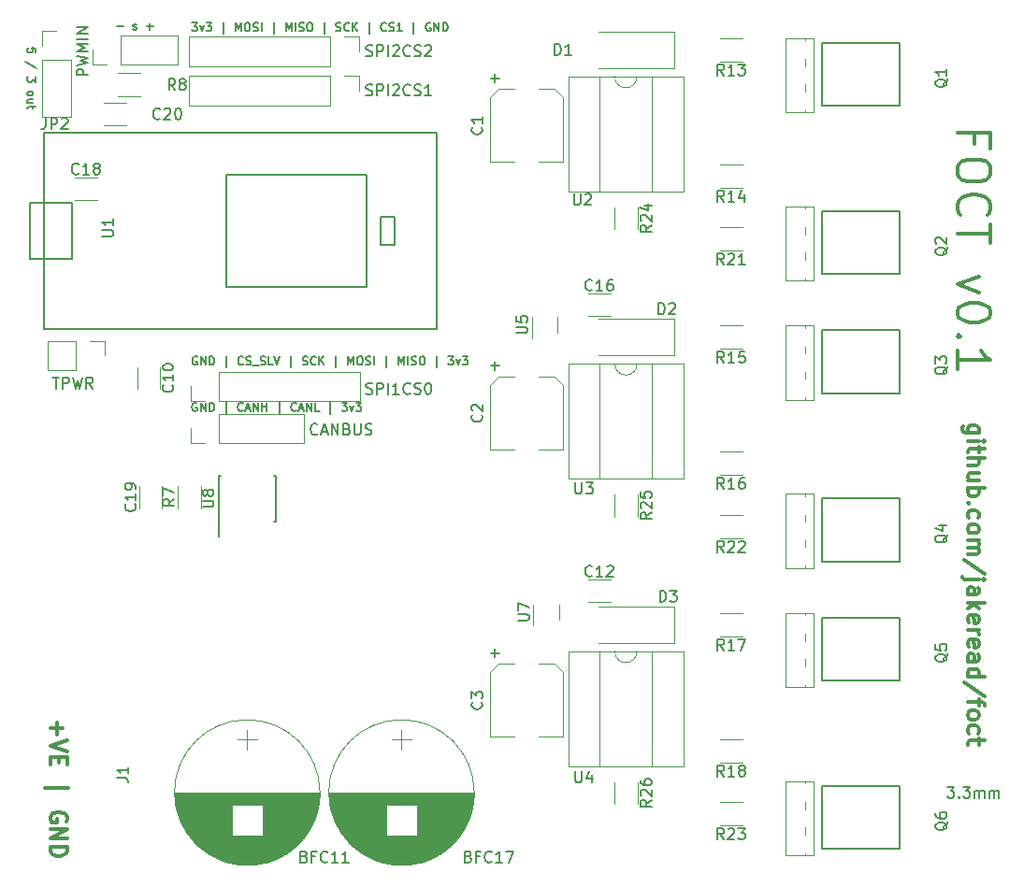
<source format=gbr>
G04 #@! TF.FileFunction,Legend,Top*
%FSLAX46Y46*%
G04 Gerber Fmt 4.6, Leading zero omitted, Abs format (unit mm)*
G04 Created by KiCad (PCBNEW 4.0.4-stable) date 07/19/17 16:13:46*
%MOMM*%
%LPD*%
G01*
G04 APERTURE LIST*
%ADD10C,0.100000*%
%ADD11C,0.150000*%
%ADD12C,0.187500*%
%ADD13C,0.300000*%
%ADD14C,0.120000*%
G04 APERTURE END LIST*
D10*
D11*
X16643856Y43301000D02*
X16572427Y43336714D01*
X16465284Y43336714D01*
X16358141Y43301000D01*
X16286713Y43229571D01*
X16250998Y43158143D01*
X16215284Y43015286D01*
X16215284Y42908143D01*
X16250998Y42765286D01*
X16286713Y42693857D01*
X16358141Y42622429D01*
X16465284Y42586714D01*
X16536713Y42586714D01*
X16643856Y42622429D01*
X16679570Y42658143D01*
X16679570Y42908143D01*
X16536713Y42908143D01*
X17000998Y42586714D02*
X17000998Y43336714D01*
X17429570Y42586714D01*
X17429570Y43336714D01*
X17786712Y42586714D02*
X17786712Y43336714D01*
X17965284Y43336714D01*
X18072427Y43301000D01*
X18143855Y43229571D01*
X18179570Y43158143D01*
X18215284Y43015286D01*
X18215284Y42908143D01*
X18179570Y42765286D01*
X18143855Y42693857D01*
X18072427Y42622429D01*
X17965284Y42586714D01*
X17786712Y42586714D01*
X19286713Y42336714D02*
X19286713Y43408143D01*
X20822428Y42658143D02*
X20786714Y42622429D01*
X20679571Y42586714D01*
X20608142Y42586714D01*
X20500999Y42622429D01*
X20429571Y42693857D01*
X20393856Y42765286D01*
X20358142Y42908143D01*
X20358142Y43015286D01*
X20393856Y43158143D01*
X20429571Y43229571D01*
X20500999Y43301000D01*
X20608142Y43336714D01*
X20679571Y43336714D01*
X20786714Y43301000D01*
X20822428Y43265286D01*
X21108142Y42801000D02*
X21465285Y42801000D01*
X21036714Y42586714D02*
X21286714Y43336714D01*
X21536714Y42586714D01*
X21786713Y42586714D02*
X21786713Y43336714D01*
X22215285Y42586714D01*
X22215285Y43336714D01*
X22572427Y42586714D02*
X22572427Y43336714D01*
X22572427Y42979571D02*
X23000999Y42979571D01*
X23000999Y42586714D02*
X23000999Y43336714D01*
X24108142Y42336714D02*
X24108142Y43408143D01*
X25643857Y42658143D02*
X25608143Y42622429D01*
X25501000Y42586714D01*
X25429571Y42586714D01*
X25322428Y42622429D01*
X25251000Y42693857D01*
X25215285Y42765286D01*
X25179571Y42908143D01*
X25179571Y43015286D01*
X25215285Y43158143D01*
X25251000Y43229571D01*
X25322428Y43301000D01*
X25429571Y43336714D01*
X25501000Y43336714D01*
X25608143Y43301000D01*
X25643857Y43265286D01*
X25929571Y42801000D02*
X26286714Y42801000D01*
X25858143Y42586714D02*
X26108143Y43336714D01*
X26358143Y42586714D01*
X26608142Y42586714D02*
X26608142Y43336714D01*
X27036714Y42586714D01*
X27036714Y43336714D01*
X27750999Y42586714D02*
X27393856Y42586714D01*
X27393856Y43336714D01*
X28751000Y42336714D02*
X28751000Y43408143D01*
X29786715Y43336714D02*
X30251001Y43336714D01*
X30001001Y43051000D01*
X30108143Y43051000D01*
X30179572Y43015286D01*
X30215286Y42979571D01*
X30251001Y42908143D01*
X30251001Y42729571D01*
X30215286Y42658143D01*
X30179572Y42622429D01*
X30108143Y42586714D01*
X29893858Y42586714D01*
X29822429Y42622429D01*
X29786715Y42658143D01*
X30501001Y43086714D02*
X30679572Y42586714D01*
X30858144Y43086714D01*
X31072430Y43336714D02*
X31536716Y43336714D01*
X31286716Y43051000D01*
X31393858Y43051000D01*
X31465287Y43015286D01*
X31501001Y42979571D01*
X31536716Y42908143D01*
X31536716Y42729571D01*
X31501001Y42658143D01*
X31465287Y42622429D01*
X31393858Y42586714D01*
X31179573Y42586714D01*
X31108144Y42622429D01*
X31072430Y42658143D01*
X16666282Y47492000D02*
X16594853Y47527714D01*
X16487710Y47527714D01*
X16380567Y47492000D01*
X16309139Y47420571D01*
X16273424Y47349143D01*
X16237710Y47206286D01*
X16237710Y47099143D01*
X16273424Y46956286D01*
X16309139Y46884857D01*
X16380567Y46813429D01*
X16487710Y46777714D01*
X16559139Y46777714D01*
X16666282Y46813429D01*
X16701996Y46849143D01*
X16701996Y47099143D01*
X16559139Y47099143D01*
X17023424Y46777714D02*
X17023424Y47527714D01*
X17451996Y46777714D01*
X17451996Y47527714D01*
X17809138Y46777714D02*
X17809138Y47527714D01*
X17987710Y47527714D01*
X18094853Y47492000D01*
X18166281Y47420571D01*
X18201996Y47349143D01*
X18237710Y47206286D01*
X18237710Y47099143D01*
X18201996Y46956286D01*
X18166281Y46884857D01*
X18094853Y46813429D01*
X17987710Y46777714D01*
X17809138Y46777714D01*
X19309139Y46527714D02*
X19309139Y47599143D01*
X20844854Y46849143D02*
X20809140Y46813429D01*
X20701997Y46777714D01*
X20630568Y46777714D01*
X20523425Y46813429D01*
X20451997Y46884857D01*
X20416282Y46956286D01*
X20380568Y47099143D01*
X20380568Y47206286D01*
X20416282Y47349143D01*
X20451997Y47420571D01*
X20523425Y47492000D01*
X20630568Y47527714D01*
X20701997Y47527714D01*
X20809140Y47492000D01*
X20844854Y47456286D01*
X21130568Y46813429D02*
X21237711Y46777714D01*
X21416282Y46777714D01*
X21487711Y46813429D01*
X21523425Y46849143D01*
X21559140Y46920571D01*
X21559140Y46992000D01*
X21523425Y47063429D01*
X21487711Y47099143D01*
X21416282Y47134857D01*
X21273425Y47170571D01*
X21201997Y47206286D01*
X21166282Y47242000D01*
X21130568Y47313429D01*
X21130568Y47384857D01*
X21166282Y47456286D01*
X21201997Y47492000D01*
X21273425Y47527714D01*
X21451997Y47527714D01*
X21559140Y47492000D01*
X21701997Y46706286D02*
X22273426Y46706286D01*
X22416283Y46813429D02*
X22523426Y46777714D01*
X22701997Y46777714D01*
X22773426Y46813429D01*
X22809140Y46849143D01*
X22844855Y46920571D01*
X22844855Y46992000D01*
X22809140Y47063429D01*
X22773426Y47099143D01*
X22701997Y47134857D01*
X22559140Y47170571D01*
X22487712Y47206286D01*
X22451997Y47242000D01*
X22416283Y47313429D01*
X22416283Y47384857D01*
X22451997Y47456286D01*
X22487712Y47492000D01*
X22559140Y47527714D01*
X22737712Y47527714D01*
X22844855Y47492000D01*
X23523426Y46777714D02*
X23166283Y46777714D01*
X23166283Y47527714D01*
X23666284Y47527714D02*
X23916284Y46777714D01*
X24166284Y47527714D01*
X25166284Y46527714D02*
X25166284Y47599143D01*
X26237713Y46813429D02*
X26344856Y46777714D01*
X26523427Y46777714D01*
X26594856Y46813429D01*
X26630570Y46849143D01*
X26666285Y46920571D01*
X26666285Y46992000D01*
X26630570Y47063429D01*
X26594856Y47099143D01*
X26523427Y47134857D01*
X26380570Y47170571D01*
X26309142Y47206286D01*
X26273427Y47242000D01*
X26237713Y47313429D01*
X26237713Y47384857D01*
X26273427Y47456286D01*
X26309142Y47492000D01*
X26380570Y47527714D01*
X26559142Y47527714D01*
X26666285Y47492000D01*
X27416285Y46849143D02*
X27380571Y46813429D01*
X27273428Y46777714D01*
X27201999Y46777714D01*
X27094856Y46813429D01*
X27023428Y46884857D01*
X26987713Y46956286D01*
X26951999Y47099143D01*
X26951999Y47206286D01*
X26987713Y47349143D01*
X27023428Y47420571D01*
X27094856Y47492000D01*
X27201999Y47527714D01*
X27273428Y47527714D01*
X27380571Y47492000D01*
X27416285Y47456286D01*
X27737713Y46777714D02*
X27737713Y47527714D01*
X28166285Y46777714D02*
X27844856Y47206286D01*
X28166285Y47527714D02*
X27737713Y47099143D01*
X29237714Y46527714D02*
X29237714Y47599143D01*
X30344857Y46777714D02*
X30344857Y47527714D01*
X30594857Y46992000D01*
X30844857Y47527714D01*
X30844857Y46777714D01*
X31344858Y47527714D02*
X31487715Y47527714D01*
X31559143Y47492000D01*
X31630572Y47420571D01*
X31666286Y47277714D01*
X31666286Y47027714D01*
X31630572Y46884857D01*
X31559143Y46813429D01*
X31487715Y46777714D01*
X31344858Y46777714D01*
X31273429Y46813429D01*
X31202000Y46884857D01*
X31166286Y47027714D01*
X31166286Y47277714D01*
X31202000Y47420571D01*
X31273429Y47492000D01*
X31344858Y47527714D01*
X31952000Y46813429D02*
X32059143Y46777714D01*
X32237714Y46777714D01*
X32309143Y46813429D01*
X32344857Y46849143D01*
X32380572Y46920571D01*
X32380572Y46992000D01*
X32344857Y47063429D01*
X32309143Y47099143D01*
X32237714Y47134857D01*
X32094857Y47170571D01*
X32023429Y47206286D01*
X31987714Y47242000D01*
X31952000Y47313429D01*
X31952000Y47384857D01*
X31987714Y47456286D01*
X32023429Y47492000D01*
X32094857Y47527714D01*
X32273429Y47527714D01*
X32380572Y47492000D01*
X32702000Y46777714D02*
X32702000Y47527714D01*
X33809144Y46527714D02*
X33809144Y47599143D01*
X34916287Y46777714D02*
X34916287Y47527714D01*
X35166287Y46992000D01*
X35416287Y47527714D01*
X35416287Y46777714D01*
X35773430Y46777714D02*
X35773430Y47527714D01*
X36094859Y46813429D02*
X36202002Y46777714D01*
X36380573Y46777714D01*
X36452002Y46813429D01*
X36487716Y46849143D01*
X36523431Y46920571D01*
X36523431Y46992000D01*
X36487716Y47063429D01*
X36452002Y47099143D01*
X36380573Y47134857D01*
X36237716Y47170571D01*
X36166288Y47206286D01*
X36130573Y47242000D01*
X36094859Y47313429D01*
X36094859Y47384857D01*
X36130573Y47456286D01*
X36166288Y47492000D01*
X36237716Y47527714D01*
X36416288Y47527714D01*
X36523431Y47492000D01*
X36987717Y47527714D02*
X37130574Y47527714D01*
X37202002Y47492000D01*
X37273431Y47420571D01*
X37309145Y47277714D01*
X37309145Y47027714D01*
X37273431Y46884857D01*
X37202002Y46813429D01*
X37130574Y46777714D01*
X36987717Y46777714D01*
X36916288Y46813429D01*
X36844859Y46884857D01*
X36809145Y47027714D01*
X36809145Y47277714D01*
X36844859Y47420571D01*
X36916288Y47492000D01*
X36987717Y47527714D01*
X38380574Y46527714D02*
X38380574Y47599143D01*
X39416289Y47527714D02*
X39880575Y47527714D01*
X39630575Y47242000D01*
X39737717Y47242000D01*
X39809146Y47206286D01*
X39844860Y47170571D01*
X39880575Y47099143D01*
X39880575Y46920571D01*
X39844860Y46849143D01*
X39809146Y46813429D01*
X39737717Y46777714D01*
X39523432Y46777714D01*
X39452003Y46813429D01*
X39416289Y46849143D01*
X40130575Y47277714D02*
X40309146Y46777714D01*
X40487718Y47277714D01*
X40702004Y47527714D02*
X41166290Y47527714D01*
X40916290Y47242000D01*
X41023432Y47242000D01*
X41094861Y47206286D01*
X41130575Y47170571D01*
X41166290Y47099143D01*
X41166290Y46920571D01*
X41130575Y46849143D01*
X41094861Y46813429D01*
X41023432Y46777714D01*
X40809147Y46777714D01*
X40737718Y46813429D01*
X40702004Y46849143D01*
X16223711Y77753714D02*
X16687997Y77753714D01*
X16437997Y77468000D01*
X16545139Y77468000D01*
X16616568Y77432286D01*
X16652282Y77396571D01*
X16687997Y77325143D01*
X16687997Y77146571D01*
X16652282Y77075143D01*
X16616568Y77039429D01*
X16545139Y77003714D01*
X16330854Y77003714D01*
X16259425Y77039429D01*
X16223711Y77075143D01*
X16937997Y77503714D02*
X17116568Y77003714D01*
X17295140Y77503714D01*
X17509426Y77753714D02*
X17973712Y77753714D01*
X17723712Y77468000D01*
X17830854Y77468000D01*
X17902283Y77432286D01*
X17937997Y77396571D01*
X17973712Y77325143D01*
X17973712Y77146571D01*
X17937997Y77075143D01*
X17902283Y77039429D01*
X17830854Y77003714D01*
X17616569Y77003714D01*
X17545140Y77039429D01*
X17509426Y77075143D01*
X19045141Y76753714D02*
X19045141Y77825143D01*
X20152284Y77003714D02*
X20152284Y77753714D01*
X20402284Y77218000D01*
X20652284Y77753714D01*
X20652284Y77003714D01*
X21152285Y77753714D02*
X21295142Y77753714D01*
X21366570Y77718000D01*
X21437999Y77646571D01*
X21473713Y77503714D01*
X21473713Y77253714D01*
X21437999Y77110857D01*
X21366570Y77039429D01*
X21295142Y77003714D01*
X21152285Y77003714D01*
X21080856Y77039429D01*
X21009427Y77110857D01*
X20973713Y77253714D01*
X20973713Y77503714D01*
X21009427Y77646571D01*
X21080856Y77718000D01*
X21152285Y77753714D01*
X21759427Y77039429D02*
X21866570Y77003714D01*
X22045141Y77003714D01*
X22116570Y77039429D01*
X22152284Y77075143D01*
X22187999Y77146571D01*
X22187999Y77218000D01*
X22152284Y77289429D01*
X22116570Y77325143D01*
X22045141Y77360857D01*
X21902284Y77396571D01*
X21830856Y77432286D01*
X21795141Y77468000D01*
X21759427Y77539429D01*
X21759427Y77610857D01*
X21795141Y77682286D01*
X21830856Y77718000D01*
X21902284Y77753714D01*
X22080856Y77753714D01*
X22187999Y77718000D01*
X22509427Y77003714D02*
X22509427Y77753714D01*
X23616571Y76753714D02*
X23616571Y77825143D01*
X24723714Y77003714D02*
X24723714Y77753714D01*
X24973714Y77218000D01*
X25223714Y77753714D01*
X25223714Y77003714D01*
X25580857Y77003714D02*
X25580857Y77753714D01*
X25902286Y77039429D02*
X26009429Y77003714D01*
X26188000Y77003714D01*
X26259429Y77039429D01*
X26295143Y77075143D01*
X26330858Y77146571D01*
X26330858Y77218000D01*
X26295143Y77289429D01*
X26259429Y77325143D01*
X26188000Y77360857D01*
X26045143Y77396571D01*
X25973715Y77432286D01*
X25938000Y77468000D01*
X25902286Y77539429D01*
X25902286Y77610857D01*
X25938000Y77682286D01*
X25973715Y77718000D01*
X26045143Y77753714D01*
X26223715Y77753714D01*
X26330858Y77718000D01*
X26795144Y77753714D02*
X26938001Y77753714D01*
X27009429Y77718000D01*
X27080858Y77646571D01*
X27116572Y77503714D01*
X27116572Y77253714D01*
X27080858Y77110857D01*
X27009429Y77039429D01*
X26938001Y77003714D01*
X26795144Y77003714D01*
X26723715Y77039429D01*
X26652286Y77110857D01*
X26616572Y77253714D01*
X26616572Y77503714D01*
X26652286Y77646571D01*
X26723715Y77718000D01*
X26795144Y77753714D01*
X28188001Y76753714D02*
X28188001Y77825143D01*
X29259430Y77039429D02*
X29366573Y77003714D01*
X29545144Y77003714D01*
X29616573Y77039429D01*
X29652287Y77075143D01*
X29688002Y77146571D01*
X29688002Y77218000D01*
X29652287Y77289429D01*
X29616573Y77325143D01*
X29545144Y77360857D01*
X29402287Y77396571D01*
X29330859Y77432286D01*
X29295144Y77468000D01*
X29259430Y77539429D01*
X29259430Y77610857D01*
X29295144Y77682286D01*
X29330859Y77718000D01*
X29402287Y77753714D01*
X29580859Y77753714D01*
X29688002Y77718000D01*
X30438002Y77075143D02*
X30402288Y77039429D01*
X30295145Y77003714D01*
X30223716Y77003714D01*
X30116573Y77039429D01*
X30045145Y77110857D01*
X30009430Y77182286D01*
X29973716Y77325143D01*
X29973716Y77432286D01*
X30009430Y77575143D01*
X30045145Y77646571D01*
X30116573Y77718000D01*
X30223716Y77753714D01*
X30295145Y77753714D01*
X30402288Y77718000D01*
X30438002Y77682286D01*
X30759430Y77003714D02*
X30759430Y77753714D01*
X31188002Y77003714D02*
X30866573Y77432286D01*
X31188002Y77753714D02*
X30759430Y77325143D01*
X32259431Y76753714D02*
X32259431Y77825143D01*
X33795146Y77075143D02*
X33759432Y77039429D01*
X33652289Y77003714D01*
X33580860Y77003714D01*
X33473717Y77039429D01*
X33402289Y77110857D01*
X33366574Y77182286D01*
X33330860Y77325143D01*
X33330860Y77432286D01*
X33366574Y77575143D01*
X33402289Y77646571D01*
X33473717Y77718000D01*
X33580860Y77753714D01*
X33652289Y77753714D01*
X33759432Y77718000D01*
X33795146Y77682286D01*
X34080860Y77039429D02*
X34188003Y77003714D01*
X34366574Y77003714D01*
X34438003Y77039429D01*
X34473717Y77075143D01*
X34509432Y77146571D01*
X34509432Y77218000D01*
X34473717Y77289429D01*
X34438003Y77325143D01*
X34366574Y77360857D01*
X34223717Y77396571D01*
X34152289Y77432286D01*
X34116574Y77468000D01*
X34080860Y77539429D01*
X34080860Y77610857D01*
X34116574Y77682286D01*
X34152289Y77718000D01*
X34223717Y77753714D01*
X34402289Y77753714D01*
X34509432Y77718000D01*
X35223718Y77003714D02*
X34795146Y77003714D01*
X35009432Y77003714D02*
X35009432Y77753714D01*
X34938003Y77646571D01*
X34866575Y77575143D01*
X34795146Y77539429D01*
X36295147Y76753714D02*
X36295147Y77825143D01*
X37795148Y77718000D02*
X37723719Y77753714D01*
X37616576Y77753714D01*
X37509433Y77718000D01*
X37438005Y77646571D01*
X37402290Y77575143D01*
X37366576Y77432286D01*
X37366576Y77325143D01*
X37402290Y77182286D01*
X37438005Y77110857D01*
X37509433Y77039429D01*
X37616576Y77003714D01*
X37688005Y77003714D01*
X37795148Y77039429D01*
X37830862Y77075143D01*
X37830862Y77325143D01*
X37688005Y77325143D01*
X38152290Y77003714D02*
X38152290Y77753714D01*
X38580862Y77003714D01*
X38580862Y77753714D01*
X38938004Y77003714D02*
X38938004Y77753714D01*
X39116576Y77753714D01*
X39223719Y77718000D01*
X39295147Y77646571D01*
X39330862Y77575143D01*
X39366576Y77432286D01*
X39366576Y77325143D01*
X39330862Y77182286D01*
X39295147Y77110857D01*
X39223719Y77039429D01*
X39116576Y77003714D01*
X38938004Y77003714D01*
X9424000Y77416429D02*
X9995429Y77416429D01*
X10888286Y77166429D02*
X10959715Y77130714D01*
X11102572Y77130714D01*
X11174000Y77166429D01*
X11209715Y77237857D01*
X11209715Y77273571D01*
X11174000Y77345000D01*
X11102572Y77380714D01*
X10995429Y77380714D01*
X10924000Y77416429D01*
X10888286Y77487857D01*
X10888286Y77523571D01*
X10924000Y77595000D01*
X10995429Y77630714D01*
X11102572Y77630714D01*
X11174000Y77595000D01*
X12102572Y77416429D02*
X12674001Y77416429D01*
X12388287Y77130714D02*
X12388287Y77702143D01*
D12*
X2061714Y75092429D02*
X2061714Y75449572D01*
X1704571Y75485286D01*
X1740286Y75449572D01*
X1776000Y75378143D01*
X1776000Y75199572D01*
X1740286Y75128143D01*
X1704571Y75092429D01*
X1633143Y75056714D01*
X1454571Y75056714D01*
X1383143Y75092429D01*
X1347429Y75128143D01*
X1311714Y75199572D01*
X1311714Y75378143D01*
X1347429Y75449572D01*
X1383143Y75485286D01*
X2097429Y73628142D02*
X1133143Y74270999D01*
X2061714Y72878142D02*
X2061714Y72413856D01*
X1776000Y72663856D01*
X1776000Y72556714D01*
X1740286Y72485285D01*
X1704571Y72449571D01*
X1633143Y72413856D01*
X1454571Y72413856D01*
X1383143Y72449571D01*
X1347429Y72485285D01*
X1311714Y72556714D01*
X1311714Y72770999D01*
X1347429Y72842428D01*
X1383143Y72878142D01*
X1311714Y71413856D02*
X1347429Y71485284D01*
X1383143Y71520999D01*
X1454571Y71556713D01*
X1668857Y71556713D01*
X1740286Y71520999D01*
X1776000Y71485284D01*
X1811714Y71413856D01*
X1811714Y71306713D01*
X1776000Y71235284D01*
X1740286Y71199570D01*
X1668857Y71163856D01*
X1454571Y71163856D01*
X1383143Y71199570D01*
X1347429Y71235284D01*
X1311714Y71306713D01*
X1311714Y71413856D01*
X1811714Y70520999D02*
X1311714Y70520999D01*
X1811714Y70842428D02*
X1418857Y70842428D01*
X1347429Y70806713D01*
X1311714Y70735285D01*
X1311714Y70628142D01*
X1347429Y70556713D01*
X1383143Y70520999D01*
X1811714Y70270999D02*
X1811714Y69985285D01*
X2061714Y70163857D02*
X1418857Y70163857D01*
X1347429Y70128142D01*
X1311714Y70056714D01*
X1311714Y69985285D01*
D13*
X3956857Y14417714D02*
X3956857Y13274857D01*
X3385429Y13846286D02*
X4528286Y13846286D01*
X4885429Y12774857D02*
X3385429Y12274857D01*
X4885429Y11774857D01*
X4171143Y11274857D02*
X4171143Y10774857D01*
X3385429Y10560571D02*
X3385429Y11274857D01*
X4885429Y11274857D01*
X4885429Y10560571D01*
X2885429Y8417714D02*
X5028286Y8417714D01*
X4814000Y5417715D02*
X4885429Y5560572D01*
X4885429Y5774858D01*
X4814000Y5989143D01*
X4671143Y6132001D01*
X4528286Y6203429D01*
X4242571Y6274858D01*
X4028286Y6274858D01*
X3742571Y6203429D01*
X3599714Y6132001D01*
X3456857Y5989143D01*
X3385429Y5774858D01*
X3385429Y5632001D01*
X3456857Y5417715D01*
X3528286Y5346286D01*
X4028286Y5346286D01*
X4028286Y5632001D01*
X3385429Y4703429D02*
X4885429Y4703429D01*
X3385429Y3846286D01*
X4885429Y3846286D01*
X3385429Y3132000D02*
X4885429Y3132000D01*
X4885429Y2774857D01*
X4814000Y2560572D01*
X4671143Y2417714D01*
X4528286Y2346286D01*
X4242571Y2274857D01*
X4028286Y2274857D01*
X3742571Y2346286D01*
X3599714Y2417714D01*
X3456857Y2560572D01*
X3385429Y2774857D01*
X3385429Y3132000D01*
X87443429Y40602572D02*
X86229143Y40602572D01*
X86086286Y40674001D01*
X86014857Y40745429D01*
X85943429Y40888286D01*
X85943429Y41102572D01*
X86014857Y41245429D01*
X86514857Y40602572D02*
X86443429Y40745429D01*
X86443429Y41031143D01*
X86514857Y41174001D01*
X86586286Y41245429D01*
X86729143Y41316858D01*
X87157714Y41316858D01*
X87300571Y41245429D01*
X87372000Y41174001D01*
X87443429Y41031143D01*
X87443429Y40745429D01*
X87372000Y40602572D01*
X86443429Y39888286D02*
X87443429Y39888286D01*
X87943429Y39888286D02*
X87872000Y39959715D01*
X87800571Y39888286D01*
X87872000Y39816858D01*
X87943429Y39888286D01*
X87800571Y39888286D01*
X87443429Y39388286D02*
X87443429Y38816857D01*
X87943429Y39174000D02*
X86657714Y39174000D01*
X86514857Y39102572D01*
X86443429Y38959714D01*
X86443429Y38816857D01*
X86443429Y38316857D02*
X87943429Y38316857D01*
X86443429Y37674000D02*
X87229143Y37674000D01*
X87372000Y37745429D01*
X87443429Y37888286D01*
X87443429Y38102571D01*
X87372000Y38245429D01*
X87300571Y38316857D01*
X87443429Y36316857D02*
X86443429Y36316857D01*
X87443429Y36959714D02*
X86657714Y36959714D01*
X86514857Y36888286D01*
X86443429Y36745428D01*
X86443429Y36531143D01*
X86514857Y36388286D01*
X86586286Y36316857D01*
X86443429Y35602571D02*
X87943429Y35602571D01*
X87372000Y35602571D02*
X87443429Y35459714D01*
X87443429Y35174000D01*
X87372000Y35031143D01*
X87300571Y34959714D01*
X87157714Y34888285D01*
X86729143Y34888285D01*
X86586286Y34959714D01*
X86514857Y35031143D01*
X86443429Y35174000D01*
X86443429Y35459714D01*
X86514857Y35602571D01*
X86586286Y34245428D02*
X86514857Y34174000D01*
X86443429Y34245428D01*
X86514857Y34316857D01*
X86586286Y34245428D01*
X86443429Y34245428D01*
X86514857Y32888285D02*
X86443429Y33031142D01*
X86443429Y33316856D01*
X86514857Y33459714D01*
X86586286Y33531142D01*
X86729143Y33602571D01*
X87157714Y33602571D01*
X87300571Y33531142D01*
X87372000Y33459714D01*
X87443429Y33316856D01*
X87443429Y33031142D01*
X87372000Y32888285D01*
X86443429Y32031142D02*
X86514857Y32174000D01*
X86586286Y32245428D01*
X86729143Y32316857D01*
X87157714Y32316857D01*
X87300571Y32245428D01*
X87372000Y32174000D01*
X87443429Y32031142D01*
X87443429Y31816857D01*
X87372000Y31674000D01*
X87300571Y31602571D01*
X87157714Y31531142D01*
X86729143Y31531142D01*
X86586286Y31602571D01*
X86514857Y31674000D01*
X86443429Y31816857D01*
X86443429Y32031142D01*
X86443429Y30888285D02*
X87443429Y30888285D01*
X87300571Y30888285D02*
X87372000Y30816857D01*
X87443429Y30673999D01*
X87443429Y30459714D01*
X87372000Y30316857D01*
X87229143Y30245428D01*
X86443429Y30245428D01*
X87229143Y30245428D02*
X87372000Y30173999D01*
X87443429Y30031142D01*
X87443429Y29816857D01*
X87372000Y29673999D01*
X87229143Y29602571D01*
X86443429Y29602571D01*
X88014857Y27816857D02*
X86086286Y29102571D01*
X87443429Y27316856D02*
X86157714Y27316856D01*
X86014857Y27388285D01*
X85943429Y27531142D01*
X85943429Y27602570D01*
X87943429Y27316856D02*
X87872000Y27388285D01*
X87800571Y27316856D01*
X87872000Y27245428D01*
X87943429Y27316856D01*
X87800571Y27316856D01*
X86443429Y25959713D02*
X87229143Y25959713D01*
X87372000Y26031142D01*
X87443429Y26173999D01*
X87443429Y26459713D01*
X87372000Y26602570D01*
X86514857Y25959713D02*
X86443429Y26102570D01*
X86443429Y26459713D01*
X86514857Y26602570D01*
X86657714Y26673999D01*
X86800571Y26673999D01*
X86943429Y26602570D01*
X87014857Y26459713D01*
X87014857Y26102570D01*
X87086286Y25959713D01*
X86443429Y25245427D02*
X87943429Y25245427D01*
X87014857Y25102570D02*
X86443429Y24673999D01*
X87443429Y24673999D02*
X86872000Y25245427D01*
X86514857Y23459713D02*
X86443429Y23602570D01*
X86443429Y23888284D01*
X86514857Y24031141D01*
X86657714Y24102570D01*
X87229143Y24102570D01*
X87372000Y24031141D01*
X87443429Y23888284D01*
X87443429Y23602570D01*
X87372000Y23459713D01*
X87229143Y23388284D01*
X87086286Y23388284D01*
X86943429Y24102570D01*
X86443429Y22745427D02*
X87443429Y22745427D01*
X87157714Y22745427D02*
X87300571Y22673999D01*
X87372000Y22602570D01*
X87443429Y22459713D01*
X87443429Y22316856D01*
X86514857Y21245428D02*
X86443429Y21388285D01*
X86443429Y21673999D01*
X86514857Y21816856D01*
X86657714Y21888285D01*
X87229143Y21888285D01*
X87372000Y21816856D01*
X87443429Y21673999D01*
X87443429Y21388285D01*
X87372000Y21245428D01*
X87229143Y21173999D01*
X87086286Y21173999D01*
X86943429Y21888285D01*
X86443429Y19888285D02*
X87229143Y19888285D01*
X87372000Y19959714D01*
X87443429Y20102571D01*
X87443429Y20388285D01*
X87372000Y20531142D01*
X86514857Y19888285D02*
X86443429Y20031142D01*
X86443429Y20388285D01*
X86514857Y20531142D01*
X86657714Y20602571D01*
X86800571Y20602571D01*
X86943429Y20531142D01*
X87014857Y20388285D01*
X87014857Y20031142D01*
X87086286Y19888285D01*
X86443429Y18531142D02*
X87943429Y18531142D01*
X86514857Y18531142D02*
X86443429Y18673999D01*
X86443429Y18959713D01*
X86514857Y19102571D01*
X86586286Y19173999D01*
X86729143Y19245428D01*
X87157714Y19245428D01*
X87300571Y19173999D01*
X87372000Y19102571D01*
X87443429Y18959713D01*
X87443429Y18673999D01*
X87372000Y18531142D01*
X88014857Y16745428D02*
X86086286Y18031142D01*
X87443429Y16459713D02*
X87443429Y15888284D01*
X86443429Y16245427D02*
X87729143Y16245427D01*
X87872000Y16173999D01*
X87943429Y16031141D01*
X87943429Y15888284D01*
X86443429Y15173998D02*
X86514857Y15316856D01*
X86586286Y15388284D01*
X86729143Y15459713D01*
X87157714Y15459713D01*
X87300571Y15388284D01*
X87372000Y15316856D01*
X87443429Y15173998D01*
X87443429Y14959713D01*
X87372000Y14816856D01*
X87300571Y14745427D01*
X87157714Y14673998D01*
X86729143Y14673998D01*
X86586286Y14745427D01*
X86514857Y14816856D01*
X86443429Y14959713D01*
X86443429Y15173998D01*
X86514857Y13388284D02*
X86443429Y13531141D01*
X86443429Y13816855D01*
X86514857Y13959713D01*
X86586286Y14031141D01*
X86729143Y14102570D01*
X87157714Y14102570D01*
X87300571Y14031141D01*
X87372000Y13959713D01*
X87443429Y13816855D01*
X87443429Y13531141D01*
X87372000Y13388284D01*
X87443429Y12959713D02*
X87443429Y12388284D01*
X87943429Y12745427D02*
X86657714Y12745427D01*
X86514857Y12673999D01*
X86443429Y12531141D01*
X86443429Y12388284D01*
X87082286Y66792856D02*
X87082286Y67792856D01*
X85510857Y67792856D02*
X88510857Y67792856D01*
X88510857Y66364285D01*
X88510857Y64649999D02*
X88510857Y64078570D01*
X88368000Y63792856D01*
X88082286Y63507142D01*
X87510857Y63364284D01*
X86510857Y63364284D01*
X85939429Y63507142D01*
X85653714Y63792856D01*
X85510857Y64078570D01*
X85510857Y64649999D01*
X85653714Y64935713D01*
X85939429Y65221427D01*
X86510857Y65364284D01*
X87510857Y65364284D01*
X88082286Y65221427D01*
X88368000Y64935713D01*
X88510857Y64649999D01*
X85796571Y60364285D02*
X85653714Y60507142D01*
X85510857Y60935713D01*
X85510857Y61221427D01*
X85653714Y61649999D01*
X85939429Y61935713D01*
X86225143Y62078570D01*
X86796571Y62221427D01*
X87225143Y62221427D01*
X87796571Y62078570D01*
X88082286Y61935713D01*
X88368000Y61649999D01*
X88510857Y61221427D01*
X88510857Y60935713D01*
X88368000Y60507142D01*
X88225143Y60364285D01*
X88510857Y59507142D02*
X88510857Y57792856D01*
X85510857Y58649999D02*
X88510857Y58649999D01*
X87510857Y54792857D02*
X85510857Y54078571D01*
X87510857Y53364285D01*
X88510857Y51650000D02*
X88510857Y51364285D01*
X88368000Y51078571D01*
X88225143Y50935714D01*
X87939429Y50792857D01*
X87368000Y50650000D01*
X86653714Y50650000D01*
X86082286Y50792857D01*
X85796571Y50935714D01*
X85653714Y51078571D01*
X85510857Y51364285D01*
X85510857Y51650000D01*
X85653714Y51935714D01*
X85796571Y52078571D01*
X86082286Y52221428D01*
X86653714Y52364285D01*
X87368000Y52364285D01*
X87939429Y52221428D01*
X88225143Y52078571D01*
X88368000Y51935714D01*
X88510857Y51650000D01*
X85796571Y49364285D02*
X85653714Y49221428D01*
X85510857Y49364285D01*
X85653714Y49507142D01*
X85796571Y49364285D01*
X85510857Y49364285D01*
X85510857Y46364286D02*
X85510857Y48078571D01*
X85510857Y47221429D02*
X88510857Y47221429D01*
X88082286Y47507143D01*
X87796571Y47792857D01*
X87653714Y48078571D01*
D14*
X43942000Y71753000D02*
X45362000Y71753000D01*
X43182000Y65153000D02*
X45362000Y65153000D01*
X49782000Y65153000D02*
X47602000Y65153000D01*
X49022000Y71753000D02*
X47602000Y71753000D01*
X43182000Y65153000D02*
X43182000Y70993000D01*
X43182000Y70993000D02*
X43942000Y71753000D01*
X49022000Y71753000D02*
X49782000Y70993000D01*
X49782000Y70993000D02*
X49782000Y65153000D01*
D11*
X33274000Y57658000D02*
X33274000Y60198000D01*
X33274000Y60198000D02*
X34544000Y60198000D01*
X34544000Y60198000D02*
X34544000Y57658000D01*
X34544000Y57658000D02*
X33274000Y57658000D01*
X19304000Y53848000D02*
X32004000Y53848000D01*
X32004000Y53848000D02*
X32004000Y64008000D01*
X32004000Y64008000D02*
X19304000Y64008000D01*
X19304000Y64008000D02*
X19304000Y53848000D01*
X1524000Y56388000D02*
X5334000Y56388000D01*
X5334000Y56388000D02*
X5334000Y61468000D01*
X5334000Y61468000D02*
X1524000Y61468000D01*
X1524000Y61468000D02*
X1524000Y56388000D01*
X2794000Y50038000D02*
X38354000Y50038000D01*
X38354000Y50038000D02*
X38354000Y67818000D01*
X38354000Y67818000D02*
X2794000Y67818000D01*
X2794000Y67818000D02*
X2794000Y50038000D01*
D14*
X54499000Y72891000D02*
X53129000Y72891000D01*
X53129000Y72891000D02*
X53129000Y62491000D01*
X53129000Y62491000D02*
X57869000Y62491000D01*
X57869000Y62491000D02*
X57869000Y72891000D01*
X57869000Y72891000D02*
X56499000Y72891000D01*
X50299000Y72891000D02*
X50299000Y62491000D01*
X50299000Y62491000D02*
X60699000Y62491000D01*
X60699000Y62491000D02*
X60699000Y72891000D01*
X60699000Y72891000D02*
X50299000Y72891000D01*
X56499000Y72891000D02*
G75*
G02X54499000Y72891000I-1000000J0D01*
G01*
X13339000Y44593000D02*
X13339000Y46593000D01*
X11299000Y46593000D02*
X11299000Y44593000D01*
X59899000Y73661000D02*
X59899000Y76961000D01*
X59899000Y76961000D02*
X52999000Y76961000D01*
X59899000Y73661000D02*
X52999000Y73661000D01*
X59899000Y47626000D02*
X59899000Y50926000D01*
X59899000Y50926000D02*
X52999000Y50926000D01*
X59899000Y47626000D02*
X52999000Y47626000D01*
X59899000Y21591000D02*
X59899000Y24891000D01*
X59899000Y24891000D02*
X52999000Y24891000D01*
X59899000Y21591000D02*
X52999000Y21591000D01*
X64024000Y76381000D02*
X66024000Y76381000D01*
X66024000Y74241000D02*
X64024000Y74241000D01*
X64024000Y64951000D02*
X66024000Y64951000D01*
X66024000Y62811000D02*
X64024000Y62811000D01*
X64024000Y50346000D02*
X66024000Y50346000D01*
X66024000Y48206000D02*
X64024000Y48206000D01*
X64024000Y38916000D02*
X66024000Y38916000D01*
X66024000Y36776000D02*
X64024000Y36776000D01*
X64024000Y24311000D02*
X66024000Y24311000D01*
X66024000Y22171000D02*
X64024000Y22171000D01*
X64024000Y12881000D02*
X66024000Y12881000D01*
X66024000Y10741000D02*
X64024000Y10741000D01*
X64024000Y59236000D02*
X66024000Y59236000D01*
X66024000Y57096000D02*
X64024000Y57096000D01*
X64024000Y33201000D02*
X66024000Y33201000D01*
X66024000Y31061000D02*
X64024000Y31061000D01*
D11*
X80264000Y49911000D02*
X73279000Y49911000D01*
X73279000Y49911000D02*
X73279000Y44196000D01*
X73279000Y44196000D02*
X80264000Y44196000D01*
X80264000Y44196000D02*
X80264000Y49911000D01*
D14*
X72494000Y50347000D02*
X72494000Y43606000D01*
X69954000Y50347000D02*
X69954000Y43606000D01*
X72494000Y50347000D02*
X69954000Y50347000D01*
X72494000Y43606000D02*
X69954000Y43606000D01*
X71755000Y50347000D02*
X71755000Y50126000D01*
X71755000Y48426000D02*
X71755000Y47814000D01*
X71755000Y46137000D02*
X71755000Y45514000D01*
X71755000Y43837000D02*
X71755000Y43606000D01*
D11*
X80264000Y75946000D02*
X73279000Y75946000D01*
X73279000Y75946000D02*
X73279000Y70231000D01*
X73279000Y70231000D02*
X80264000Y70231000D01*
X80264000Y70231000D02*
X80264000Y75946000D01*
D14*
X72494000Y76382000D02*
X72494000Y69641000D01*
X69954000Y76382000D02*
X69954000Y69641000D01*
X72494000Y76382000D02*
X69954000Y76382000D01*
X72494000Y69641000D02*
X69954000Y69641000D01*
X71755000Y76382000D02*
X71755000Y76161000D01*
X71755000Y74461000D02*
X71755000Y73849000D01*
X71755000Y72172000D02*
X71755000Y71549000D01*
X71755000Y69872000D02*
X71755000Y69641000D01*
D11*
X80264000Y34671000D02*
X73279000Y34671000D01*
X73279000Y34671000D02*
X73279000Y28956000D01*
X73279000Y28956000D02*
X80264000Y28956000D01*
X80264000Y28956000D02*
X80264000Y34671000D01*
D14*
X72494000Y35107000D02*
X72494000Y28366000D01*
X69954000Y35107000D02*
X69954000Y28366000D01*
X72494000Y35107000D02*
X69954000Y35107000D01*
X72494000Y28366000D02*
X69954000Y28366000D01*
X71755000Y35107000D02*
X71755000Y34886000D01*
X71755000Y33186000D02*
X71755000Y32574000D01*
X71755000Y30897000D02*
X71755000Y30274000D01*
X71755000Y28597000D02*
X71755000Y28366000D01*
D11*
X80264000Y23876000D02*
X73279000Y23876000D01*
X73279000Y23876000D02*
X73279000Y18161000D01*
X73279000Y18161000D02*
X80264000Y18161000D01*
X80264000Y18161000D02*
X80264000Y23876000D01*
D14*
X72494000Y24312000D02*
X72494000Y17571000D01*
X69954000Y24312000D02*
X69954000Y17571000D01*
X72494000Y24312000D02*
X69954000Y24312000D01*
X72494000Y17571000D02*
X69954000Y17571000D01*
X71755000Y24312000D02*
X71755000Y24091000D01*
X71755000Y22391000D02*
X71755000Y21779000D01*
X71755000Y20102000D02*
X71755000Y19479000D01*
X71755000Y17802000D02*
X71755000Y17571000D01*
D11*
X80264000Y8636000D02*
X73279000Y8636000D01*
X73279000Y8636000D02*
X73279000Y2921000D01*
X73279000Y2921000D02*
X80264000Y2921000D01*
X80264000Y2921000D02*
X80264000Y8636000D01*
D14*
X72494000Y9072000D02*
X72494000Y2331000D01*
X69954000Y9072000D02*
X69954000Y2331000D01*
X72494000Y9072000D02*
X69954000Y9072000D01*
X72494000Y2331000D02*
X69954000Y2331000D01*
X71755000Y9072000D02*
X71755000Y8851000D01*
X71755000Y7151000D02*
X71755000Y6539000D01*
X71755000Y4862000D02*
X71755000Y4239000D01*
X71755000Y2562000D02*
X71755000Y2331000D01*
X64024000Y7166000D02*
X66024000Y7166000D01*
X66024000Y5026000D02*
X64024000Y5026000D01*
X54429000Y59071000D02*
X54429000Y61071000D01*
X56569000Y61071000D02*
X56569000Y59071000D01*
X54429000Y33036000D02*
X54429000Y35036000D01*
X56569000Y35036000D02*
X56569000Y33036000D01*
X54429000Y7001000D02*
X54429000Y9001000D01*
X56569000Y9001000D02*
X56569000Y7001000D01*
X54499000Y46856000D02*
X53129000Y46856000D01*
X53129000Y46856000D02*
X53129000Y36456000D01*
X53129000Y36456000D02*
X57869000Y36456000D01*
X57869000Y36456000D02*
X57869000Y46856000D01*
X57869000Y46856000D02*
X56499000Y46856000D01*
X50299000Y46856000D02*
X50299000Y36456000D01*
X50299000Y36456000D02*
X60699000Y36456000D01*
X60699000Y36456000D02*
X60699000Y46856000D01*
X60699000Y46856000D02*
X50299000Y46856000D01*
X56499000Y46856000D02*
G75*
G02X54499000Y46856000I-1000000J0D01*
G01*
X54499000Y20821000D02*
X53129000Y20821000D01*
X53129000Y20821000D02*
X53129000Y10421000D01*
X53129000Y10421000D02*
X57869000Y10421000D01*
X57869000Y10421000D02*
X57869000Y20821000D01*
X57869000Y20821000D02*
X56499000Y20821000D01*
X50299000Y20821000D02*
X50299000Y10421000D01*
X50299000Y10421000D02*
X60699000Y10421000D01*
X60699000Y10421000D02*
X60699000Y20821000D01*
X60699000Y20821000D02*
X50299000Y20821000D01*
X56499000Y20821000D02*
G75*
G02X54499000Y20821000I-1000000J0D01*
G01*
X27759000Y8041000D02*
X14659000Y8041000D01*
X27759000Y8001000D02*
X14659000Y8001000D01*
X27759000Y7961000D02*
X14659000Y7961000D01*
X27758000Y7921000D02*
X14660000Y7921000D01*
X27758000Y7881000D02*
X14660000Y7881000D01*
X27756000Y7841000D02*
X14662000Y7841000D01*
X27755000Y7801000D02*
X14663000Y7801000D01*
X27754000Y7761000D02*
X14664000Y7761000D01*
X27752000Y7721000D02*
X14666000Y7721000D01*
X27750000Y7681000D02*
X14668000Y7681000D01*
X27747000Y7641000D02*
X14671000Y7641000D01*
X27745000Y7601000D02*
X14673000Y7601000D01*
X27742000Y7561000D02*
X14676000Y7561000D01*
X27739000Y7521000D02*
X14679000Y7521000D01*
X27736000Y7481000D02*
X14682000Y7481000D01*
X27732000Y7441000D02*
X14686000Y7441000D01*
X27728000Y7401000D02*
X14690000Y7401000D01*
X27724000Y7361000D02*
X14694000Y7361000D01*
X27720000Y7320000D02*
X14698000Y7320000D01*
X27716000Y7280000D02*
X14702000Y7280000D01*
X27711000Y7240000D02*
X14707000Y7240000D01*
X27706000Y7200000D02*
X14712000Y7200000D01*
X27700000Y7160000D02*
X14718000Y7160000D01*
X27695000Y7120000D02*
X14723000Y7120000D01*
X27689000Y7080000D02*
X14729000Y7080000D01*
X27683000Y7040000D02*
X14735000Y7040000D01*
X27677000Y7000000D02*
X14741000Y7000000D01*
X27670000Y6960000D02*
X14748000Y6960000D01*
X27664000Y6920000D02*
X22589000Y6920000D01*
X19829000Y6920000D02*
X14754000Y6920000D01*
X27657000Y6880000D02*
X22589000Y6880000D01*
X19829000Y6880000D02*
X14761000Y6880000D01*
X27649000Y6840000D02*
X22589000Y6840000D01*
X19829000Y6840000D02*
X14769000Y6840000D01*
X27642000Y6800000D02*
X22589000Y6800000D01*
X19829000Y6800000D02*
X14776000Y6800000D01*
X27634000Y6760000D02*
X22589000Y6760000D01*
X19829000Y6760000D02*
X14784000Y6760000D01*
X27626000Y6720000D02*
X22589000Y6720000D01*
X19829000Y6720000D02*
X14792000Y6720000D01*
X27618000Y6680000D02*
X22589000Y6680000D01*
X19829000Y6680000D02*
X14800000Y6680000D01*
X27609000Y6640000D02*
X22589000Y6640000D01*
X19829000Y6640000D02*
X14809000Y6640000D01*
X27600000Y6600000D02*
X22589000Y6600000D01*
X19829000Y6600000D02*
X14818000Y6600000D01*
X27591000Y6560000D02*
X22589000Y6560000D01*
X19829000Y6560000D02*
X14827000Y6560000D01*
X27582000Y6520000D02*
X22589000Y6520000D01*
X19829000Y6520000D02*
X14836000Y6520000D01*
X27572000Y6480000D02*
X22589000Y6480000D01*
X19829000Y6480000D02*
X14846000Y6480000D01*
X27562000Y6440000D02*
X22589000Y6440000D01*
X19829000Y6440000D02*
X14856000Y6440000D01*
X27552000Y6400000D02*
X22589000Y6400000D01*
X19829000Y6400000D02*
X14866000Y6400000D01*
X27542000Y6360000D02*
X22589000Y6360000D01*
X19829000Y6360000D02*
X14876000Y6360000D01*
X27531000Y6320000D02*
X22589000Y6320000D01*
X19829000Y6320000D02*
X14887000Y6320000D01*
X27520000Y6280000D02*
X22589000Y6280000D01*
X19829000Y6280000D02*
X14898000Y6280000D01*
X27509000Y6240000D02*
X22589000Y6240000D01*
X19829000Y6240000D02*
X14909000Y6240000D01*
X27497000Y6200000D02*
X22589000Y6200000D01*
X19829000Y6200000D02*
X14921000Y6200000D01*
X27486000Y6160000D02*
X22589000Y6160000D01*
X19829000Y6160000D02*
X14932000Y6160000D01*
X27474000Y6120000D02*
X22589000Y6120000D01*
X19829000Y6120000D02*
X14944000Y6120000D01*
X27461000Y6080000D02*
X22589000Y6080000D01*
X19829000Y6080000D02*
X14957000Y6080000D01*
X27449000Y6040000D02*
X22589000Y6040000D01*
X19829000Y6040000D02*
X14969000Y6040000D01*
X27436000Y6000000D02*
X22589000Y6000000D01*
X19829000Y6000000D02*
X14982000Y6000000D01*
X27423000Y5960000D02*
X22589000Y5960000D01*
X19829000Y5960000D02*
X14995000Y5960000D01*
X27409000Y5920000D02*
X22589000Y5920000D01*
X19829000Y5920000D02*
X15009000Y5920000D01*
X27395000Y5880000D02*
X22589000Y5880000D01*
X19829000Y5880000D02*
X15023000Y5880000D01*
X27381000Y5840000D02*
X22589000Y5840000D01*
X19829000Y5840000D02*
X15037000Y5840000D01*
X27367000Y5800000D02*
X22589000Y5800000D01*
X19829000Y5800000D02*
X15051000Y5800000D01*
X27353000Y5760000D02*
X22589000Y5760000D01*
X19829000Y5760000D02*
X15065000Y5760000D01*
X27338000Y5720000D02*
X22589000Y5720000D01*
X19829000Y5720000D02*
X15080000Y5720000D01*
X27322000Y5680000D02*
X22589000Y5680000D01*
X19829000Y5680000D02*
X15096000Y5680000D01*
X27307000Y5640000D02*
X22589000Y5640000D01*
X19829000Y5640000D02*
X15111000Y5640000D01*
X27291000Y5600000D02*
X22589000Y5600000D01*
X19829000Y5600000D02*
X15127000Y5600000D01*
X27275000Y5560000D02*
X22589000Y5560000D01*
X19829000Y5560000D02*
X15143000Y5560000D01*
X27259000Y5520000D02*
X22589000Y5520000D01*
X19829000Y5520000D02*
X15159000Y5520000D01*
X27242000Y5480000D02*
X22589000Y5480000D01*
X19829000Y5480000D02*
X15176000Y5480000D01*
X27225000Y5440000D02*
X22589000Y5440000D01*
X19829000Y5440000D02*
X15193000Y5440000D01*
X27208000Y5400000D02*
X22589000Y5400000D01*
X19829000Y5400000D02*
X15210000Y5400000D01*
X27190000Y5360000D02*
X22589000Y5360000D01*
X19829000Y5360000D02*
X15228000Y5360000D01*
X27172000Y5320000D02*
X22589000Y5320000D01*
X19829000Y5320000D02*
X15246000Y5320000D01*
X27154000Y5280000D02*
X22589000Y5280000D01*
X19829000Y5280000D02*
X15264000Y5280000D01*
X27135000Y5240000D02*
X22589000Y5240000D01*
X19829000Y5240000D02*
X15283000Y5240000D01*
X27116000Y5200000D02*
X22589000Y5200000D01*
X19829000Y5200000D02*
X15302000Y5200000D01*
X27097000Y5160000D02*
X22589000Y5160000D01*
X19829000Y5160000D02*
X15321000Y5160000D01*
X27077000Y5120000D02*
X22589000Y5120000D01*
X19829000Y5120000D02*
X15341000Y5120000D01*
X27057000Y5080000D02*
X22589000Y5080000D01*
X19829000Y5080000D02*
X15361000Y5080000D01*
X27037000Y5040000D02*
X22589000Y5040000D01*
X19829000Y5040000D02*
X15381000Y5040000D01*
X27016000Y5000000D02*
X22589000Y5000000D01*
X19829000Y5000000D02*
X15402000Y5000000D01*
X26995000Y4960000D02*
X22589000Y4960000D01*
X19829000Y4960000D02*
X15423000Y4960000D01*
X26974000Y4920000D02*
X22589000Y4920000D01*
X19829000Y4920000D02*
X15444000Y4920000D01*
X26952000Y4880000D02*
X22589000Y4880000D01*
X19829000Y4880000D02*
X15466000Y4880000D01*
X26930000Y4840000D02*
X22589000Y4840000D01*
X19829000Y4840000D02*
X15488000Y4840000D01*
X26908000Y4800000D02*
X22589000Y4800000D01*
X19829000Y4800000D02*
X15510000Y4800000D01*
X26885000Y4760000D02*
X22589000Y4760000D01*
X19829000Y4760000D02*
X15533000Y4760000D01*
X26862000Y4720000D02*
X22589000Y4720000D01*
X19829000Y4720000D02*
X15556000Y4720000D01*
X26839000Y4680000D02*
X22589000Y4680000D01*
X19829000Y4680000D02*
X15579000Y4680000D01*
X26815000Y4640000D02*
X22589000Y4640000D01*
X19829000Y4640000D02*
X15603000Y4640000D01*
X26790000Y4600000D02*
X22589000Y4600000D01*
X19829000Y4600000D02*
X15628000Y4600000D01*
X26766000Y4560000D02*
X22589000Y4560000D01*
X19829000Y4560000D02*
X15652000Y4560000D01*
X26741000Y4520000D02*
X22589000Y4520000D01*
X19829000Y4520000D02*
X15677000Y4520000D01*
X26715000Y4480000D02*
X22589000Y4480000D01*
X19829000Y4480000D02*
X15703000Y4480000D01*
X26689000Y4440000D02*
X22589000Y4440000D01*
X19829000Y4440000D02*
X15729000Y4440000D01*
X26663000Y4400000D02*
X22589000Y4400000D01*
X19829000Y4400000D02*
X15755000Y4400000D01*
X26636000Y4360000D02*
X22589000Y4360000D01*
X19829000Y4360000D02*
X15782000Y4360000D01*
X26609000Y4320000D02*
X22589000Y4320000D01*
X19829000Y4320000D02*
X15809000Y4320000D01*
X26582000Y4280000D02*
X22589000Y4280000D01*
X19829000Y4280000D02*
X15836000Y4280000D01*
X26554000Y4240000D02*
X22589000Y4240000D01*
X19829000Y4240000D02*
X15864000Y4240000D01*
X26525000Y4200000D02*
X22589000Y4200000D01*
X19829000Y4200000D02*
X15893000Y4200000D01*
X26496000Y4160000D02*
X15922000Y4160000D01*
X26467000Y4120000D02*
X15951000Y4120000D01*
X26437000Y4080000D02*
X15981000Y4080000D01*
X26407000Y4040000D02*
X16011000Y4040000D01*
X26376000Y4000000D02*
X16042000Y4000000D01*
X26345000Y3960000D02*
X16073000Y3960000D01*
X26313000Y3920000D02*
X16105000Y3920000D01*
X26281000Y3880000D02*
X16137000Y3880000D01*
X26248000Y3840000D02*
X16170000Y3840000D01*
X26214000Y3800000D02*
X16204000Y3800000D01*
X26180000Y3760000D02*
X16238000Y3760000D01*
X26146000Y3720000D02*
X16272000Y3720000D01*
X26111000Y3680000D02*
X16307000Y3680000D01*
X26075000Y3640000D02*
X16343000Y3640000D01*
X26039000Y3600000D02*
X16379000Y3600000D01*
X26002000Y3560000D02*
X16416000Y3560000D01*
X25965000Y3520000D02*
X16453000Y3520000D01*
X25927000Y3480000D02*
X16491000Y3480000D01*
X25888000Y3440000D02*
X16530000Y3440000D01*
X25849000Y3400000D02*
X16569000Y3400000D01*
X25809000Y3360000D02*
X16609000Y3360000D01*
X25768000Y3320000D02*
X16650000Y3320000D01*
X25727000Y3280000D02*
X16691000Y3280000D01*
X25685000Y3240000D02*
X16733000Y3240000D01*
X25642000Y3200000D02*
X16776000Y3200000D01*
X25598000Y3160000D02*
X16820000Y3160000D01*
X25554000Y3120000D02*
X16864000Y3120000D01*
X25508000Y3080000D02*
X16910000Y3080000D01*
X25462000Y3040000D02*
X16956000Y3040000D01*
X25415000Y3000000D02*
X17003000Y3000000D01*
X25367000Y2960000D02*
X17051000Y2960000D01*
X25318000Y2920000D02*
X17100000Y2920000D01*
X25269000Y2880000D02*
X17149000Y2880000D01*
X25218000Y2840000D02*
X17200000Y2840000D01*
X25166000Y2800000D02*
X17252000Y2800000D01*
X25113000Y2760000D02*
X17305000Y2760000D01*
X25059000Y2720000D02*
X17359000Y2720000D01*
X25003000Y2680000D02*
X17415000Y2680000D01*
X24947000Y2640000D02*
X17471000Y2640000D01*
X24889000Y2600000D02*
X17529000Y2600000D01*
X24830000Y2560000D02*
X17588000Y2560000D01*
X24769000Y2520000D02*
X17649000Y2520000D01*
X24707000Y2480000D02*
X17711000Y2480000D01*
X24643000Y2440000D02*
X17775000Y2440000D01*
X24578000Y2400000D02*
X17840000Y2400000D01*
X24511000Y2360000D02*
X17907000Y2360000D01*
X24442000Y2320000D02*
X17976000Y2320000D01*
X24371000Y2280000D02*
X18047000Y2280000D01*
X24298000Y2240000D02*
X18120000Y2240000D01*
X24223000Y2200000D02*
X18195000Y2200000D01*
X24145000Y2160000D02*
X18273000Y2160000D01*
X24065000Y2120000D02*
X18353000Y2120000D01*
X23981000Y2080000D02*
X18437000Y2080000D01*
X23895000Y2040000D02*
X18523000Y2040000D01*
X23805000Y2000000D02*
X18613000Y2000000D01*
X23711000Y1960000D02*
X18707000Y1960000D01*
X23614000Y1920000D02*
X18804000Y1920000D01*
X23511000Y1880000D02*
X18907000Y1880000D01*
X23403000Y1840000D02*
X19015000Y1840000D01*
X23289000Y1800000D02*
X19129000Y1800000D01*
X23167000Y1760000D02*
X19251000Y1760000D01*
X23037000Y1720000D02*
X19381000Y1720000D01*
X22895000Y1680000D02*
X19523000Y1680000D01*
X22741000Y1640000D02*
X19677000Y1640000D01*
X22568000Y1600000D02*
X19850000Y1600000D01*
X22369000Y1560000D02*
X20049000Y1560000D01*
X22127000Y1520000D02*
X20291000Y1520000D01*
X21798000Y1480000D02*
X20620000Y1480000D01*
X21209000Y13741000D02*
X21209000Y11941000D01*
X22109000Y12841000D02*
X20309000Y12841000D01*
X27799000Y8041000D02*
G75*
G03X27799000Y8041000I-6590000J0D01*
G01*
X54086000Y27309000D02*
X52086000Y27309000D01*
X52086000Y25269000D02*
X54086000Y25269000D01*
X54086000Y53217000D02*
X52086000Y53217000D01*
X52086000Y51177000D02*
X54086000Y51177000D01*
X15942000Y76514000D02*
X15942000Y73854000D01*
X28702000Y76514000D02*
X15942000Y76514000D01*
X28702000Y73854000D02*
X15942000Y73854000D01*
X28702000Y76514000D02*
X28702000Y73854000D01*
X29972000Y76514000D02*
X31302000Y76514000D01*
X31302000Y76514000D02*
X31302000Y75184000D01*
X15942000Y72958000D02*
X15942000Y70298000D01*
X28702000Y72958000D02*
X15942000Y72958000D01*
X28702000Y70298000D02*
X15942000Y70298000D01*
X28702000Y72958000D02*
X28702000Y70298000D01*
X29972000Y72958000D02*
X31302000Y72958000D01*
X31302000Y72958000D02*
X31302000Y71628000D01*
X3115000Y48955000D02*
X3115000Y46295000D01*
X5715000Y48955000D02*
X3115000Y48955000D01*
X5715000Y46295000D02*
X3115000Y46295000D01*
X5715000Y48955000D02*
X5715000Y46295000D01*
X6985000Y48955000D02*
X8315000Y48955000D01*
X8315000Y48955000D02*
X8315000Y47625000D01*
D11*
X80264000Y60706000D02*
X73279000Y60706000D01*
X73279000Y60706000D02*
X73279000Y54991000D01*
X73279000Y54991000D02*
X80264000Y54991000D01*
X80264000Y54991000D02*
X80264000Y60706000D01*
D14*
X72494000Y61142000D02*
X72494000Y54401000D01*
X69954000Y61142000D02*
X69954000Y54401000D01*
X72494000Y61142000D02*
X69954000Y61142000D01*
X72494000Y54401000D02*
X69954000Y54401000D01*
X71755000Y61142000D02*
X71755000Y60921000D01*
X71755000Y59221000D02*
X71755000Y58609000D01*
X71755000Y56932000D02*
X71755000Y56309000D01*
X71755000Y54632000D02*
X71755000Y54401000D01*
X46973000Y51119000D02*
X46973000Y49219000D01*
X49293000Y49719000D02*
X49293000Y51119000D01*
X47100000Y25084000D02*
X47100000Y23184000D01*
X49420000Y23684000D02*
X49420000Y25084000D01*
X41729000Y8041000D02*
X28629000Y8041000D01*
X41729000Y8001000D02*
X28629000Y8001000D01*
X41729000Y7961000D02*
X28629000Y7961000D01*
X41728000Y7921000D02*
X28630000Y7921000D01*
X41728000Y7881000D02*
X28630000Y7881000D01*
X41726000Y7841000D02*
X28632000Y7841000D01*
X41725000Y7801000D02*
X28633000Y7801000D01*
X41724000Y7761000D02*
X28634000Y7761000D01*
X41722000Y7721000D02*
X28636000Y7721000D01*
X41720000Y7681000D02*
X28638000Y7681000D01*
X41717000Y7641000D02*
X28641000Y7641000D01*
X41715000Y7601000D02*
X28643000Y7601000D01*
X41712000Y7561000D02*
X28646000Y7561000D01*
X41709000Y7521000D02*
X28649000Y7521000D01*
X41706000Y7481000D02*
X28652000Y7481000D01*
X41702000Y7441000D02*
X28656000Y7441000D01*
X41698000Y7401000D02*
X28660000Y7401000D01*
X41694000Y7361000D02*
X28664000Y7361000D01*
X41690000Y7320000D02*
X28668000Y7320000D01*
X41686000Y7280000D02*
X28672000Y7280000D01*
X41681000Y7240000D02*
X28677000Y7240000D01*
X41676000Y7200000D02*
X28682000Y7200000D01*
X41670000Y7160000D02*
X28688000Y7160000D01*
X41665000Y7120000D02*
X28693000Y7120000D01*
X41659000Y7080000D02*
X28699000Y7080000D01*
X41653000Y7040000D02*
X28705000Y7040000D01*
X41647000Y7000000D02*
X28711000Y7000000D01*
X41640000Y6960000D02*
X28718000Y6960000D01*
X41634000Y6920000D02*
X36559000Y6920000D01*
X33799000Y6920000D02*
X28724000Y6920000D01*
X41627000Y6880000D02*
X36559000Y6880000D01*
X33799000Y6880000D02*
X28731000Y6880000D01*
X41619000Y6840000D02*
X36559000Y6840000D01*
X33799000Y6840000D02*
X28739000Y6840000D01*
X41612000Y6800000D02*
X36559000Y6800000D01*
X33799000Y6800000D02*
X28746000Y6800000D01*
X41604000Y6760000D02*
X36559000Y6760000D01*
X33799000Y6760000D02*
X28754000Y6760000D01*
X41596000Y6720000D02*
X36559000Y6720000D01*
X33799000Y6720000D02*
X28762000Y6720000D01*
X41588000Y6680000D02*
X36559000Y6680000D01*
X33799000Y6680000D02*
X28770000Y6680000D01*
X41579000Y6640000D02*
X36559000Y6640000D01*
X33799000Y6640000D02*
X28779000Y6640000D01*
X41570000Y6600000D02*
X36559000Y6600000D01*
X33799000Y6600000D02*
X28788000Y6600000D01*
X41561000Y6560000D02*
X36559000Y6560000D01*
X33799000Y6560000D02*
X28797000Y6560000D01*
X41552000Y6520000D02*
X36559000Y6520000D01*
X33799000Y6520000D02*
X28806000Y6520000D01*
X41542000Y6480000D02*
X36559000Y6480000D01*
X33799000Y6480000D02*
X28816000Y6480000D01*
X41532000Y6440000D02*
X36559000Y6440000D01*
X33799000Y6440000D02*
X28826000Y6440000D01*
X41522000Y6400000D02*
X36559000Y6400000D01*
X33799000Y6400000D02*
X28836000Y6400000D01*
X41512000Y6360000D02*
X36559000Y6360000D01*
X33799000Y6360000D02*
X28846000Y6360000D01*
X41501000Y6320000D02*
X36559000Y6320000D01*
X33799000Y6320000D02*
X28857000Y6320000D01*
X41490000Y6280000D02*
X36559000Y6280000D01*
X33799000Y6280000D02*
X28868000Y6280000D01*
X41479000Y6240000D02*
X36559000Y6240000D01*
X33799000Y6240000D02*
X28879000Y6240000D01*
X41467000Y6200000D02*
X36559000Y6200000D01*
X33799000Y6200000D02*
X28891000Y6200000D01*
X41456000Y6160000D02*
X36559000Y6160000D01*
X33799000Y6160000D02*
X28902000Y6160000D01*
X41444000Y6120000D02*
X36559000Y6120000D01*
X33799000Y6120000D02*
X28914000Y6120000D01*
X41431000Y6080000D02*
X36559000Y6080000D01*
X33799000Y6080000D02*
X28927000Y6080000D01*
X41419000Y6040000D02*
X36559000Y6040000D01*
X33799000Y6040000D02*
X28939000Y6040000D01*
X41406000Y6000000D02*
X36559000Y6000000D01*
X33799000Y6000000D02*
X28952000Y6000000D01*
X41393000Y5960000D02*
X36559000Y5960000D01*
X33799000Y5960000D02*
X28965000Y5960000D01*
X41379000Y5920000D02*
X36559000Y5920000D01*
X33799000Y5920000D02*
X28979000Y5920000D01*
X41365000Y5880000D02*
X36559000Y5880000D01*
X33799000Y5880000D02*
X28993000Y5880000D01*
X41351000Y5840000D02*
X36559000Y5840000D01*
X33799000Y5840000D02*
X29007000Y5840000D01*
X41337000Y5800000D02*
X36559000Y5800000D01*
X33799000Y5800000D02*
X29021000Y5800000D01*
X41323000Y5760000D02*
X36559000Y5760000D01*
X33799000Y5760000D02*
X29035000Y5760000D01*
X41308000Y5720000D02*
X36559000Y5720000D01*
X33799000Y5720000D02*
X29050000Y5720000D01*
X41292000Y5680000D02*
X36559000Y5680000D01*
X33799000Y5680000D02*
X29066000Y5680000D01*
X41277000Y5640000D02*
X36559000Y5640000D01*
X33799000Y5640000D02*
X29081000Y5640000D01*
X41261000Y5600000D02*
X36559000Y5600000D01*
X33799000Y5600000D02*
X29097000Y5600000D01*
X41245000Y5560000D02*
X36559000Y5560000D01*
X33799000Y5560000D02*
X29113000Y5560000D01*
X41229000Y5520000D02*
X36559000Y5520000D01*
X33799000Y5520000D02*
X29129000Y5520000D01*
X41212000Y5480000D02*
X36559000Y5480000D01*
X33799000Y5480000D02*
X29146000Y5480000D01*
X41195000Y5440000D02*
X36559000Y5440000D01*
X33799000Y5440000D02*
X29163000Y5440000D01*
X41178000Y5400000D02*
X36559000Y5400000D01*
X33799000Y5400000D02*
X29180000Y5400000D01*
X41160000Y5360000D02*
X36559000Y5360000D01*
X33799000Y5360000D02*
X29198000Y5360000D01*
X41142000Y5320000D02*
X36559000Y5320000D01*
X33799000Y5320000D02*
X29216000Y5320000D01*
X41124000Y5280000D02*
X36559000Y5280000D01*
X33799000Y5280000D02*
X29234000Y5280000D01*
X41105000Y5240000D02*
X36559000Y5240000D01*
X33799000Y5240000D02*
X29253000Y5240000D01*
X41086000Y5200000D02*
X36559000Y5200000D01*
X33799000Y5200000D02*
X29272000Y5200000D01*
X41067000Y5160000D02*
X36559000Y5160000D01*
X33799000Y5160000D02*
X29291000Y5160000D01*
X41047000Y5120000D02*
X36559000Y5120000D01*
X33799000Y5120000D02*
X29311000Y5120000D01*
X41027000Y5080000D02*
X36559000Y5080000D01*
X33799000Y5080000D02*
X29331000Y5080000D01*
X41007000Y5040000D02*
X36559000Y5040000D01*
X33799000Y5040000D02*
X29351000Y5040000D01*
X40986000Y5000000D02*
X36559000Y5000000D01*
X33799000Y5000000D02*
X29372000Y5000000D01*
X40965000Y4960000D02*
X36559000Y4960000D01*
X33799000Y4960000D02*
X29393000Y4960000D01*
X40944000Y4920000D02*
X36559000Y4920000D01*
X33799000Y4920000D02*
X29414000Y4920000D01*
X40922000Y4880000D02*
X36559000Y4880000D01*
X33799000Y4880000D02*
X29436000Y4880000D01*
X40900000Y4840000D02*
X36559000Y4840000D01*
X33799000Y4840000D02*
X29458000Y4840000D01*
X40878000Y4800000D02*
X36559000Y4800000D01*
X33799000Y4800000D02*
X29480000Y4800000D01*
X40855000Y4760000D02*
X36559000Y4760000D01*
X33799000Y4760000D02*
X29503000Y4760000D01*
X40832000Y4720000D02*
X36559000Y4720000D01*
X33799000Y4720000D02*
X29526000Y4720000D01*
X40809000Y4680000D02*
X36559000Y4680000D01*
X33799000Y4680000D02*
X29549000Y4680000D01*
X40785000Y4640000D02*
X36559000Y4640000D01*
X33799000Y4640000D02*
X29573000Y4640000D01*
X40760000Y4600000D02*
X36559000Y4600000D01*
X33799000Y4600000D02*
X29598000Y4600000D01*
X40736000Y4560000D02*
X36559000Y4560000D01*
X33799000Y4560000D02*
X29622000Y4560000D01*
X40711000Y4520000D02*
X36559000Y4520000D01*
X33799000Y4520000D02*
X29647000Y4520000D01*
X40685000Y4480000D02*
X36559000Y4480000D01*
X33799000Y4480000D02*
X29673000Y4480000D01*
X40659000Y4440000D02*
X36559000Y4440000D01*
X33799000Y4440000D02*
X29699000Y4440000D01*
X40633000Y4400000D02*
X36559000Y4400000D01*
X33799000Y4400000D02*
X29725000Y4400000D01*
X40606000Y4360000D02*
X36559000Y4360000D01*
X33799000Y4360000D02*
X29752000Y4360000D01*
X40579000Y4320000D02*
X36559000Y4320000D01*
X33799000Y4320000D02*
X29779000Y4320000D01*
X40552000Y4280000D02*
X36559000Y4280000D01*
X33799000Y4280000D02*
X29806000Y4280000D01*
X40524000Y4240000D02*
X36559000Y4240000D01*
X33799000Y4240000D02*
X29834000Y4240000D01*
X40495000Y4200000D02*
X36559000Y4200000D01*
X33799000Y4200000D02*
X29863000Y4200000D01*
X40466000Y4160000D02*
X29892000Y4160000D01*
X40437000Y4120000D02*
X29921000Y4120000D01*
X40407000Y4080000D02*
X29951000Y4080000D01*
X40377000Y4040000D02*
X29981000Y4040000D01*
X40346000Y4000000D02*
X30012000Y4000000D01*
X40315000Y3960000D02*
X30043000Y3960000D01*
X40283000Y3920000D02*
X30075000Y3920000D01*
X40251000Y3880000D02*
X30107000Y3880000D01*
X40218000Y3840000D02*
X30140000Y3840000D01*
X40184000Y3800000D02*
X30174000Y3800000D01*
X40150000Y3760000D02*
X30208000Y3760000D01*
X40116000Y3720000D02*
X30242000Y3720000D01*
X40081000Y3680000D02*
X30277000Y3680000D01*
X40045000Y3640000D02*
X30313000Y3640000D01*
X40009000Y3600000D02*
X30349000Y3600000D01*
X39972000Y3560000D02*
X30386000Y3560000D01*
X39935000Y3520000D02*
X30423000Y3520000D01*
X39897000Y3480000D02*
X30461000Y3480000D01*
X39858000Y3440000D02*
X30500000Y3440000D01*
X39819000Y3400000D02*
X30539000Y3400000D01*
X39779000Y3360000D02*
X30579000Y3360000D01*
X39738000Y3320000D02*
X30620000Y3320000D01*
X39697000Y3280000D02*
X30661000Y3280000D01*
X39655000Y3240000D02*
X30703000Y3240000D01*
X39612000Y3200000D02*
X30746000Y3200000D01*
X39568000Y3160000D02*
X30790000Y3160000D01*
X39524000Y3120000D02*
X30834000Y3120000D01*
X39478000Y3080000D02*
X30880000Y3080000D01*
X39432000Y3040000D02*
X30926000Y3040000D01*
X39385000Y3000000D02*
X30973000Y3000000D01*
X39337000Y2960000D02*
X31021000Y2960000D01*
X39288000Y2920000D02*
X31070000Y2920000D01*
X39239000Y2880000D02*
X31119000Y2880000D01*
X39188000Y2840000D02*
X31170000Y2840000D01*
X39136000Y2800000D02*
X31222000Y2800000D01*
X39083000Y2760000D02*
X31275000Y2760000D01*
X39029000Y2720000D02*
X31329000Y2720000D01*
X38973000Y2680000D02*
X31385000Y2680000D01*
X38917000Y2640000D02*
X31441000Y2640000D01*
X38859000Y2600000D02*
X31499000Y2600000D01*
X38800000Y2560000D02*
X31558000Y2560000D01*
X38739000Y2520000D02*
X31619000Y2520000D01*
X38677000Y2480000D02*
X31681000Y2480000D01*
X38613000Y2440000D02*
X31745000Y2440000D01*
X38548000Y2400000D02*
X31810000Y2400000D01*
X38481000Y2360000D02*
X31877000Y2360000D01*
X38412000Y2320000D02*
X31946000Y2320000D01*
X38341000Y2280000D02*
X32017000Y2280000D01*
X38268000Y2240000D02*
X32090000Y2240000D01*
X38193000Y2200000D02*
X32165000Y2200000D01*
X38115000Y2160000D02*
X32243000Y2160000D01*
X38035000Y2120000D02*
X32323000Y2120000D01*
X37951000Y2080000D02*
X32407000Y2080000D01*
X37865000Y2040000D02*
X32493000Y2040000D01*
X37775000Y2000000D02*
X32583000Y2000000D01*
X37681000Y1960000D02*
X32677000Y1960000D01*
X37584000Y1920000D02*
X32774000Y1920000D01*
X37481000Y1880000D02*
X32877000Y1880000D01*
X37373000Y1840000D02*
X32985000Y1840000D01*
X37259000Y1800000D02*
X33099000Y1800000D01*
X37137000Y1760000D02*
X33221000Y1760000D01*
X37007000Y1720000D02*
X33351000Y1720000D01*
X36865000Y1680000D02*
X33493000Y1680000D01*
X36711000Y1640000D02*
X33647000Y1640000D01*
X36538000Y1600000D02*
X33820000Y1600000D01*
X36339000Y1560000D02*
X34019000Y1560000D01*
X36097000Y1520000D02*
X34261000Y1520000D01*
X35768000Y1480000D02*
X34590000Y1480000D01*
X35179000Y13741000D02*
X35179000Y11941000D01*
X36079000Y12841000D02*
X34279000Y12841000D01*
X41769000Y8041000D02*
G75*
G03X41769000Y8041000I-6590000J0D01*
G01*
X14919000Y73981000D02*
X14919000Y76641000D01*
X9779000Y73981000D02*
X14919000Y73981000D01*
X9779000Y76641000D02*
X14919000Y76641000D01*
X9779000Y73981000D02*
X9779000Y76641000D01*
X8509000Y73981000D02*
X7179000Y73981000D01*
X7179000Y73981000D02*
X7179000Y75311000D01*
X7604000Y63758000D02*
X5604000Y63758000D01*
X5604000Y61718000D02*
X7604000Y61718000D01*
X11426000Y35798000D02*
X11426000Y33798000D01*
X13466000Y33798000D02*
X13466000Y35798000D01*
X31429000Y43501000D02*
X31429000Y46161000D01*
X18669000Y43501000D02*
X31429000Y43501000D01*
X18669000Y46161000D02*
X31429000Y46161000D01*
X18669000Y43501000D02*
X18669000Y46161000D01*
X17399000Y43501000D02*
X16069000Y43501000D01*
X16069000Y43501000D02*
X16069000Y44831000D01*
X26349000Y39691000D02*
X26349000Y42351000D01*
X18669000Y39691000D02*
X26349000Y39691000D01*
X18669000Y42351000D02*
X26349000Y42351000D01*
X18669000Y39691000D02*
X18669000Y42351000D01*
X17399000Y39691000D02*
X16069000Y39691000D01*
X16069000Y39691000D02*
X16069000Y41021000D01*
X17072000Y35798000D02*
X17072000Y33798000D01*
X14932000Y33798000D02*
X14932000Y35798000D01*
D11*
X18634000Y32596000D02*
X18684000Y32596000D01*
X18634000Y36746000D02*
X18779000Y36746000D01*
X23784000Y36746000D02*
X23639000Y36746000D01*
X23784000Y32596000D02*
X23639000Y32596000D01*
X18634000Y32596000D02*
X18634000Y36746000D01*
X23784000Y32596000D02*
X23784000Y36746000D01*
X18684000Y32596000D02*
X18684000Y31196000D01*
D14*
X10271000Y70489000D02*
X8271000Y70489000D01*
X8271000Y68449000D02*
X10271000Y68449000D01*
X2607000Y69282000D02*
X5267000Y69282000D01*
X2607000Y74422000D02*
X2607000Y69282000D01*
X5267000Y74422000D02*
X5267000Y69282000D01*
X2607000Y74422000D02*
X5267000Y74422000D01*
X2607000Y75692000D02*
X2607000Y77022000D01*
X2607000Y77022000D02*
X3937000Y77022000D01*
X11541000Y71066000D02*
X9541000Y71066000D01*
X9541000Y73206000D02*
X11541000Y73206000D01*
X43942000Y45718000D02*
X45362000Y45718000D01*
X43182000Y39118000D02*
X45362000Y39118000D01*
X49782000Y39118000D02*
X47602000Y39118000D01*
X49022000Y45718000D02*
X47602000Y45718000D01*
X43182000Y39118000D02*
X43182000Y44958000D01*
X43182000Y44958000D02*
X43942000Y45718000D01*
X49022000Y45718000D02*
X49782000Y44958000D01*
X49782000Y44958000D02*
X49782000Y39118000D01*
X43942000Y19683000D02*
X45362000Y19683000D01*
X43182000Y13083000D02*
X45362000Y13083000D01*
X49782000Y13083000D02*
X47602000Y13083000D01*
X49022000Y19683000D02*
X47602000Y19683000D01*
X43182000Y13083000D02*
X43182000Y18923000D01*
X43182000Y18923000D02*
X43942000Y19683000D01*
X49022000Y19683000D02*
X49782000Y18923000D01*
X49782000Y18923000D02*
X49782000Y13083000D01*
D11*
X42409143Y68286334D02*
X42456762Y68238715D01*
X42504381Y68095858D01*
X42504381Y68000620D01*
X42456762Y67857762D01*
X42361524Y67762524D01*
X42266286Y67714905D01*
X42075810Y67667286D01*
X41932952Y67667286D01*
X41742476Y67714905D01*
X41647238Y67762524D01*
X41552000Y67857762D01*
X41504381Y68000620D01*
X41504381Y68095858D01*
X41552000Y68238715D01*
X41599619Y68286334D01*
X42504381Y69238715D02*
X42504381Y68667286D01*
X42504381Y68953000D02*
X41504381Y68953000D01*
X41647238Y68857762D01*
X41742476Y68762524D01*
X41790095Y68667286D01*
X43643429Y72352048D02*
X43643429Y73113953D01*
X44024381Y72733001D02*
X43262476Y72733001D01*
X8088381Y58420095D02*
X8897905Y58420095D01*
X8993143Y58467714D01*
X9040762Y58515333D01*
X9088381Y58610571D01*
X9088381Y58801048D01*
X9040762Y58896286D01*
X8993143Y58943905D01*
X8897905Y58991524D01*
X8088381Y58991524D01*
X9088381Y59991524D02*
X9088381Y59420095D01*
X9088381Y59705809D02*
X8088381Y59705809D01*
X8231238Y59610571D01*
X8326476Y59515333D01*
X8374095Y59420095D01*
X50800095Y62269619D02*
X50800095Y61460095D01*
X50847714Y61364857D01*
X50895333Y61317238D01*
X50990571Y61269619D01*
X51181048Y61269619D01*
X51276286Y61317238D01*
X51323905Y61364857D01*
X51371524Y61460095D01*
X51371524Y62269619D01*
X51800095Y62174381D02*
X51847714Y62222000D01*
X51942952Y62269619D01*
X52181048Y62269619D01*
X52276286Y62222000D01*
X52323905Y62174381D01*
X52371524Y62079143D01*
X52371524Y61983905D01*
X52323905Y61841048D01*
X51752476Y61269619D01*
X52371524Y61269619D01*
X14426143Y44950143D02*
X14473762Y44902524D01*
X14521381Y44759667D01*
X14521381Y44664429D01*
X14473762Y44521571D01*
X14378524Y44426333D01*
X14283286Y44378714D01*
X14092810Y44331095D01*
X13949952Y44331095D01*
X13759476Y44378714D01*
X13664238Y44426333D01*
X13569000Y44521571D01*
X13521381Y44664429D01*
X13521381Y44759667D01*
X13569000Y44902524D01*
X13616619Y44950143D01*
X14521381Y45902524D02*
X14521381Y45331095D01*
X14521381Y45616809D02*
X13521381Y45616809D01*
X13664238Y45521571D01*
X13759476Y45426333D01*
X13807095Y45331095D01*
X13521381Y46521571D02*
X13521381Y46616810D01*
X13569000Y46712048D01*
X13616619Y46759667D01*
X13711857Y46807286D01*
X13902333Y46854905D01*
X14140429Y46854905D01*
X14330905Y46807286D01*
X14426143Y46759667D01*
X14473762Y46712048D01*
X14521381Y46616810D01*
X14521381Y46521571D01*
X14473762Y46426333D01*
X14426143Y46378714D01*
X14330905Y46331095D01*
X14140429Y46283476D01*
X13902333Y46283476D01*
X13711857Y46331095D01*
X13616619Y46378714D01*
X13569000Y46426333D01*
X13521381Y46521571D01*
X49045905Y74858619D02*
X49045905Y75858619D01*
X49284000Y75858619D01*
X49426858Y75811000D01*
X49522096Y75715762D01*
X49569715Y75620524D01*
X49617334Y75430048D01*
X49617334Y75287190D01*
X49569715Y75096714D01*
X49522096Y75001476D01*
X49426858Y74906238D01*
X49284000Y74858619D01*
X49045905Y74858619D01*
X50569715Y74858619D02*
X49998286Y74858619D01*
X50284000Y74858619D02*
X50284000Y75858619D01*
X50188762Y75715762D01*
X50093524Y75620524D01*
X49998286Y75572905D01*
X58443905Y51363619D02*
X58443905Y52363619D01*
X58682000Y52363619D01*
X58824858Y52316000D01*
X58920096Y52220762D01*
X58967715Y52125524D01*
X59015334Y51935048D01*
X59015334Y51792190D01*
X58967715Y51601714D01*
X58920096Y51506476D01*
X58824858Y51411238D01*
X58682000Y51363619D01*
X58443905Y51363619D01*
X59396286Y52268381D02*
X59443905Y52316000D01*
X59539143Y52363619D01*
X59777239Y52363619D01*
X59872477Y52316000D01*
X59920096Y52268381D01*
X59967715Y52173143D01*
X59967715Y52077905D01*
X59920096Y51935048D01*
X59348667Y51363619D01*
X59967715Y51363619D01*
X58570905Y25328619D02*
X58570905Y26328619D01*
X58809000Y26328619D01*
X58951858Y26281000D01*
X59047096Y26185762D01*
X59094715Y26090524D01*
X59142334Y25900048D01*
X59142334Y25757190D01*
X59094715Y25566714D01*
X59047096Y25471476D01*
X58951858Y25376238D01*
X58809000Y25328619D01*
X58570905Y25328619D01*
X59475667Y26328619D02*
X60094715Y26328619D01*
X59761381Y25947667D01*
X59904239Y25947667D01*
X59999477Y25900048D01*
X60047096Y25852429D01*
X60094715Y25757190D01*
X60094715Y25519095D01*
X60047096Y25423857D01*
X59999477Y25376238D01*
X59904239Y25328619D01*
X59618524Y25328619D01*
X59523286Y25376238D01*
X59475667Y25423857D01*
X9434581Y9344067D02*
X10148867Y9344067D01*
X10291724Y9296447D01*
X10386962Y9201209D01*
X10434581Y9058352D01*
X10434581Y8963114D01*
X10434581Y10344067D02*
X10434581Y9772638D01*
X10434581Y10058352D02*
X9434581Y10058352D01*
X9577438Y9963114D01*
X9672676Y9867876D01*
X9720295Y9772638D01*
X64381143Y73008619D02*
X64047809Y73484810D01*
X63809714Y73008619D02*
X63809714Y74008619D01*
X64190667Y74008619D01*
X64285905Y73961000D01*
X64333524Y73913381D01*
X64381143Y73818143D01*
X64381143Y73675286D01*
X64333524Y73580048D01*
X64285905Y73532429D01*
X64190667Y73484810D01*
X63809714Y73484810D01*
X65333524Y73008619D02*
X64762095Y73008619D01*
X65047809Y73008619D02*
X65047809Y74008619D01*
X64952571Y73865762D01*
X64857333Y73770524D01*
X64762095Y73722905D01*
X65666857Y74008619D02*
X66285905Y74008619D01*
X65952571Y73627667D01*
X66095429Y73627667D01*
X66190667Y73580048D01*
X66238286Y73532429D01*
X66285905Y73437190D01*
X66285905Y73199095D01*
X66238286Y73103857D01*
X66190667Y73056238D01*
X66095429Y73008619D01*
X65809714Y73008619D01*
X65714476Y73056238D01*
X65666857Y73103857D01*
X64381143Y61578619D02*
X64047809Y62054810D01*
X63809714Y61578619D02*
X63809714Y62578619D01*
X64190667Y62578619D01*
X64285905Y62531000D01*
X64333524Y62483381D01*
X64381143Y62388143D01*
X64381143Y62245286D01*
X64333524Y62150048D01*
X64285905Y62102429D01*
X64190667Y62054810D01*
X63809714Y62054810D01*
X65333524Y61578619D02*
X64762095Y61578619D01*
X65047809Y61578619D02*
X65047809Y62578619D01*
X64952571Y62435762D01*
X64857333Y62340524D01*
X64762095Y62292905D01*
X66190667Y62245286D02*
X66190667Y61578619D01*
X65952571Y62626238D02*
X65714476Y61911952D01*
X66333524Y61911952D01*
X64381143Y46973619D02*
X64047809Y47449810D01*
X63809714Y46973619D02*
X63809714Y47973619D01*
X64190667Y47973619D01*
X64285905Y47926000D01*
X64333524Y47878381D01*
X64381143Y47783143D01*
X64381143Y47640286D01*
X64333524Y47545048D01*
X64285905Y47497429D01*
X64190667Y47449810D01*
X63809714Y47449810D01*
X65333524Y46973619D02*
X64762095Y46973619D01*
X65047809Y46973619D02*
X65047809Y47973619D01*
X64952571Y47830762D01*
X64857333Y47735524D01*
X64762095Y47687905D01*
X66238286Y47973619D02*
X65762095Y47973619D01*
X65714476Y47497429D01*
X65762095Y47545048D01*
X65857333Y47592667D01*
X66095429Y47592667D01*
X66190667Y47545048D01*
X66238286Y47497429D01*
X66285905Y47402190D01*
X66285905Y47164095D01*
X66238286Y47068857D01*
X66190667Y47021238D01*
X66095429Y46973619D01*
X65857333Y46973619D01*
X65762095Y47021238D01*
X65714476Y47068857D01*
X64381143Y35543619D02*
X64047809Y36019810D01*
X63809714Y35543619D02*
X63809714Y36543619D01*
X64190667Y36543619D01*
X64285905Y36496000D01*
X64333524Y36448381D01*
X64381143Y36353143D01*
X64381143Y36210286D01*
X64333524Y36115048D01*
X64285905Y36067429D01*
X64190667Y36019810D01*
X63809714Y36019810D01*
X65333524Y35543619D02*
X64762095Y35543619D01*
X65047809Y35543619D02*
X65047809Y36543619D01*
X64952571Y36400762D01*
X64857333Y36305524D01*
X64762095Y36257905D01*
X66190667Y36543619D02*
X66000190Y36543619D01*
X65904952Y36496000D01*
X65857333Y36448381D01*
X65762095Y36305524D01*
X65714476Y36115048D01*
X65714476Y35734095D01*
X65762095Y35638857D01*
X65809714Y35591238D01*
X65904952Y35543619D01*
X66095429Y35543619D01*
X66190667Y35591238D01*
X66238286Y35638857D01*
X66285905Y35734095D01*
X66285905Y35972190D01*
X66238286Y36067429D01*
X66190667Y36115048D01*
X66095429Y36162667D01*
X65904952Y36162667D01*
X65809714Y36115048D01*
X65762095Y36067429D01*
X65714476Y35972190D01*
X64381143Y20938619D02*
X64047809Y21414810D01*
X63809714Y20938619D02*
X63809714Y21938619D01*
X64190667Y21938619D01*
X64285905Y21891000D01*
X64333524Y21843381D01*
X64381143Y21748143D01*
X64381143Y21605286D01*
X64333524Y21510048D01*
X64285905Y21462429D01*
X64190667Y21414810D01*
X63809714Y21414810D01*
X65333524Y20938619D02*
X64762095Y20938619D01*
X65047809Y20938619D02*
X65047809Y21938619D01*
X64952571Y21795762D01*
X64857333Y21700524D01*
X64762095Y21652905D01*
X65666857Y21938619D02*
X66333524Y21938619D01*
X65904952Y20938619D01*
X64381143Y9508619D02*
X64047809Y9984810D01*
X63809714Y9508619D02*
X63809714Y10508619D01*
X64190667Y10508619D01*
X64285905Y10461000D01*
X64333524Y10413381D01*
X64381143Y10318143D01*
X64381143Y10175286D01*
X64333524Y10080048D01*
X64285905Y10032429D01*
X64190667Y9984810D01*
X63809714Y9984810D01*
X65333524Y9508619D02*
X64762095Y9508619D01*
X65047809Y9508619D02*
X65047809Y10508619D01*
X64952571Y10365762D01*
X64857333Y10270524D01*
X64762095Y10222905D01*
X65904952Y10080048D02*
X65809714Y10127667D01*
X65762095Y10175286D01*
X65714476Y10270524D01*
X65714476Y10318143D01*
X65762095Y10413381D01*
X65809714Y10461000D01*
X65904952Y10508619D01*
X66095429Y10508619D01*
X66190667Y10461000D01*
X66238286Y10413381D01*
X66285905Y10318143D01*
X66285905Y10270524D01*
X66238286Y10175286D01*
X66190667Y10127667D01*
X66095429Y10080048D01*
X65904952Y10080048D01*
X65809714Y10032429D01*
X65762095Y9984810D01*
X65714476Y9889571D01*
X65714476Y9699095D01*
X65762095Y9603857D01*
X65809714Y9556238D01*
X65904952Y9508619D01*
X66095429Y9508619D01*
X66190667Y9556238D01*
X66238286Y9603857D01*
X66285905Y9699095D01*
X66285905Y9889571D01*
X66238286Y9984810D01*
X66190667Y10032429D01*
X66095429Y10080048D01*
X64381143Y55863619D02*
X64047809Y56339810D01*
X63809714Y55863619D02*
X63809714Y56863619D01*
X64190667Y56863619D01*
X64285905Y56816000D01*
X64333524Y56768381D01*
X64381143Y56673143D01*
X64381143Y56530286D01*
X64333524Y56435048D01*
X64285905Y56387429D01*
X64190667Y56339810D01*
X63809714Y56339810D01*
X64762095Y56768381D02*
X64809714Y56816000D01*
X64904952Y56863619D01*
X65143048Y56863619D01*
X65238286Y56816000D01*
X65285905Y56768381D01*
X65333524Y56673143D01*
X65333524Y56577905D01*
X65285905Y56435048D01*
X64714476Y55863619D01*
X65333524Y55863619D01*
X66285905Y55863619D02*
X65714476Y55863619D01*
X66000190Y55863619D02*
X66000190Y56863619D01*
X65904952Y56720762D01*
X65809714Y56625524D01*
X65714476Y56577905D01*
X64381143Y29828619D02*
X64047809Y30304810D01*
X63809714Y29828619D02*
X63809714Y30828619D01*
X64190667Y30828619D01*
X64285905Y30781000D01*
X64333524Y30733381D01*
X64381143Y30638143D01*
X64381143Y30495286D01*
X64333524Y30400048D01*
X64285905Y30352429D01*
X64190667Y30304810D01*
X63809714Y30304810D01*
X64762095Y30733381D02*
X64809714Y30781000D01*
X64904952Y30828619D01*
X65143048Y30828619D01*
X65238286Y30781000D01*
X65285905Y30733381D01*
X65333524Y30638143D01*
X65333524Y30542905D01*
X65285905Y30400048D01*
X64714476Y29828619D01*
X65333524Y29828619D01*
X65714476Y30733381D02*
X65762095Y30781000D01*
X65857333Y30828619D01*
X66095429Y30828619D01*
X66190667Y30781000D01*
X66238286Y30733381D01*
X66285905Y30638143D01*
X66285905Y30542905D01*
X66238286Y30400048D01*
X65666857Y29828619D01*
X66285905Y29828619D01*
X84621619Y46640762D02*
X84574000Y46545524D01*
X84478762Y46450286D01*
X84335905Y46307429D01*
X84288286Y46212190D01*
X84288286Y46116952D01*
X84526381Y46164571D02*
X84478762Y46069333D01*
X84383524Y45974095D01*
X84193048Y45926476D01*
X83859714Y45926476D01*
X83669238Y45974095D01*
X83574000Y46069333D01*
X83526381Y46164571D01*
X83526381Y46355048D01*
X83574000Y46450286D01*
X83669238Y46545524D01*
X83859714Y46593143D01*
X84193048Y46593143D01*
X84383524Y46545524D01*
X84478762Y46450286D01*
X84526381Y46355048D01*
X84526381Y46164571D01*
X83526381Y46926476D02*
X83526381Y47545524D01*
X83907333Y47212190D01*
X83907333Y47355048D01*
X83954952Y47450286D01*
X84002571Y47497905D01*
X84097810Y47545524D01*
X84335905Y47545524D01*
X84431143Y47497905D01*
X84478762Y47450286D01*
X84526381Y47355048D01*
X84526381Y47069333D01*
X84478762Y46974095D01*
X84431143Y46926476D01*
X84621619Y72675762D02*
X84574000Y72580524D01*
X84478762Y72485286D01*
X84335905Y72342429D01*
X84288286Y72247190D01*
X84288286Y72151952D01*
X84526381Y72199571D02*
X84478762Y72104333D01*
X84383524Y72009095D01*
X84193048Y71961476D01*
X83859714Y71961476D01*
X83669238Y72009095D01*
X83574000Y72104333D01*
X83526381Y72199571D01*
X83526381Y72390048D01*
X83574000Y72485286D01*
X83669238Y72580524D01*
X83859714Y72628143D01*
X84193048Y72628143D01*
X84383524Y72580524D01*
X84478762Y72485286D01*
X84526381Y72390048D01*
X84526381Y72199571D01*
X84526381Y73580524D02*
X84526381Y73009095D01*
X84526381Y73294809D02*
X83526381Y73294809D01*
X83669238Y73199571D01*
X83764476Y73104333D01*
X83812095Y73009095D01*
X84621619Y31400762D02*
X84574000Y31305524D01*
X84478762Y31210286D01*
X84335905Y31067429D01*
X84288286Y30972190D01*
X84288286Y30876952D01*
X84526381Y30924571D02*
X84478762Y30829333D01*
X84383524Y30734095D01*
X84193048Y30686476D01*
X83859714Y30686476D01*
X83669238Y30734095D01*
X83574000Y30829333D01*
X83526381Y30924571D01*
X83526381Y31115048D01*
X83574000Y31210286D01*
X83669238Y31305524D01*
X83859714Y31353143D01*
X84193048Y31353143D01*
X84383524Y31305524D01*
X84478762Y31210286D01*
X84526381Y31115048D01*
X84526381Y30924571D01*
X83859714Y32210286D02*
X84526381Y32210286D01*
X83478762Y31972190D02*
X84193048Y31734095D01*
X84193048Y32353143D01*
X84621619Y20605762D02*
X84574000Y20510524D01*
X84478762Y20415286D01*
X84335905Y20272429D01*
X84288286Y20177190D01*
X84288286Y20081952D01*
X84526381Y20129571D02*
X84478762Y20034333D01*
X84383524Y19939095D01*
X84193048Y19891476D01*
X83859714Y19891476D01*
X83669238Y19939095D01*
X83574000Y20034333D01*
X83526381Y20129571D01*
X83526381Y20320048D01*
X83574000Y20415286D01*
X83669238Y20510524D01*
X83859714Y20558143D01*
X84193048Y20558143D01*
X84383524Y20510524D01*
X84478762Y20415286D01*
X84526381Y20320048D01*
X84526381Y20129571D01*
X83526381Y21462905D02*
X83526381Y20986714D01*
X84002571Y20939095D01*
X83954952Y20986714D01*
X83907333Y21081952D01*
X83907333Y21320048D01*
X83954952Y21415286D01*
X84002571Y21462905D01*
X84097810Y21510524D01*
X84335905Y21510524D01*
X84431143Y21462905D01*
X84478762Y21415286D01*
X84526381Y21320048D01*
X84526381Y21081952D01*
X84478762Y20986714D01*
X84431143Y20939095D01*
X84621619Y5365762D02*
X84574000Y5270524D01*
X84478762Y5175286D01*
X84335905Y5032429D01*
X84288286Y4937190D01*
X84288286Y4841952D01*
X84526381Y4889571D02*
X84478762Y4794333D01*
X84383524Y4699095D01*
X84193048Y4651476D01*
X83859714Y4651476D01*
X83669238Y4699095D01*
X83574000Y4794333D01*
X83526381Y4889571D01*
X83526381Y5080048D01*
X83574000Y5175286D01*
X83669238Y5270524D01*
X83859714Y5318143D01*
X84193048Y5318143D01*
X84383524Y5270524D01*
X84478762Y5175286D01*
X84526381Y5080048D01*
X84526381Y4889571D01*
X83526381Y6175286D02*
X83526381Y5984809D01*
X83574000Y5889571D01*
X83621619Y5841952D01*
X83764476Y5746714D01*
X83954952Y5699095D01*
X84335905Y5699095D01*
X84431143Y5746714D01*
X84478762Y5794333D01*
X84526381Y5889571D01*
X84526381Y6080048D01*
X84478762Y6175286D01*
X84431143Y6222905D01*
X84335905Y6270524D01*
X84097810Y6270524D01*
X84002571Y6222905D01*
X83954952Y6175286D01*
X83907333Y6080048D01*
X83907333Y5889571D01*
X83954952Y5794333D01*
X84002571Y5746714D01*
X84097810Y5699095D01*
X64381143Y3793619D02*
X64047809Y4269810D01*
X63809714Y3793619D02*
X63809714Y4793619D01*
X64190667Y4793619D01*
X64285905Y4746000D01*
X64333524Y4698381D01*
X64381143Y4603143D01*
X64381143Y4460286D01*
X64333524Y4365048D01*
X64285905Y4317429D01*
X64190667Y4269810D01*
X63809714Y4269810D01*
X64762095Y4698381D02*
X64809714Y4746000D01*
X64904952Y4793619D01*
X65143048Y4793619D01*
X65238286Y4746000D01*
X65285905Y4698381D01*
X65333524Y4603143D01*
X65333524Y4507905D01*
X65285905Y4365048D01*
X64714476Y3793619D01*
X65333524Y3793619D01*
X65666857Y4793619D02*
X66285905Y4793619D01*
X65952571Y4412667D01*
X66095429Y4412667D01*
X66190667Y4365048D01*
X66238286Y4317429D01*
X66285905Y4222190D01*
X66285905Y3984095D01*
X66238286Y3888857D01*
X66190667Y3841238D01*
X66095429Y3793619D01*
X65809714Y3793619D01*
X65714476Y3841238D01*
X65666857Y3888857D01*
X57801381Y59428143D02*
X57325190Y59094809D01*
X57801381Y58856714D02*
X56801381Y58856714D01*
X56801381Y59237667D01*
X56849000Y59332905D01*
X56896619Y59380524D01*
X56991857Y59428143D01*
X57134714Y59428143D01*
X57229952Y59380524D01*
X57277571Y59332905D01*
X57325190Y59237667D01*
X57325190Y58856714D01*
X56896619Y59809095D02*
X56849000Y59856714D01*
X56801381Y59951952D01*
X56801381Y60190048D01*
X56849000Y60285286D01*
X56896619Y60332905D01*
X56991857Y60380524D01*
X57087095Y60380524D01*
X57229952Y60332905D01*
X57801381Y59761476D01*
X57801381Y60380524D01*
X57134714Y61237667D02*
X57801381Y61237667D01*
X56753762Y60999571D02*
X57468048Y60761476D01*
X57468048Y61380524D01*
X57801381Y33393143D02*
X57325190Y33059809D01*
X57801381Y32821714D02*
X56801381Y32821714D01*
X56801381Y33202667D01*
X56849000Y33297905D01*
X56896619Y33345524D01*
X56991857Y33393143D01*
X57134714Y33393143D01*
X57229952Y33345524D01*
X57277571Y33297905D01*
X57325190Y33202667D01*
X57325190Y32821714D01*
X56896619Y33774095D02*
X56849000Y33821714D01*
X56801381Y33916952D01*
X56801381Y34155048D01*
X56849000Y34250286D01*
X56896619Y34297905D01*
X56991857Y34345524D01*
X57087095Y34345524D01*
X57229952Y34297905D01*
X57801381Y33726476D01*
X57801381Y34345524D01*
X56801381Y35250286D02*
X56801381Y34774095D01*
X57277571Y34726476D01*
X57229952Y34774095D01*
X57182333Y34869333D01*
X57182333Y35107429D01*
X57229952Y35202667D01*
X57277571Y35250286D01*
X57372810Y35297905D01*
X57610905Y35297905D01*
X57706143Y35250286D01*
X57753762Y35202667D01*
X57801381Y35107429D01*
X57801381Y34869333D01*
X57753762Y34774095D01*
X57706143Y34726476D01*
X57801381Y7358143D02*
X57325190Y7024809D01*
X57801381Y6786714D02*
X56801381Y6786714D01*
X56801381Y7167667D01*
X56849000Y7262905D01*
X56896619Y7310524D01*
X56991857Y7358143D01*
X57134714Y7358143D01*
X57229952Y7310524D01*
X57277571Y7262905D01*
X57325190Y7167667D01*
X57325190Y6786714D01*
X56896619Y7739095D02*
X56849000Y7786714D01*
X56801381Y7881952D01*
X56801381Y8120048D01*
X56849000Y8215286D01*
X56896619Y8262905D01*
X56991857Y8310524D01*
X57087095Y8310524D01*
X57229952Y8262905D01*
X57801381Y7691476D01*
X57801381Y8310524D01*
X56801381Y9167667D02*
X56801381Y8977190D01*
X56849000Y8881952D01*
X56896619Y8834333D01*
X57039476Y8739095D01*
X57229952Y8691476D01*
X57610905Y8691476D01*
X57706143Y8739095D01*
X57753762Y8786714D01*
X57801381Y8881952D01*
X57801381Y9072429D01*
X57753762Y9167667D01*
X57706143Y9215286D01*
X57610905Y9262905D01*
X57372810Y9262905D01*
X57277571Y9215286D01*
X57229952Y9167667D01*
X57182333Y9072429D01*
X57182333Y8881952D01*
X57229952Y8786714D01*
X57277571Y8739095D01*
X57372810Y8691476D01*
X50927095Y36107619D02*
X50927095Y35298095D01*
X50974714Y35202857D01*
X51022333Y35155238D01*
X51117571Y35107619D01*
X51308048Y35107619D01*
X51403286Y35155238D01*
X51450905Y35202857D01*
X51498524Y35298095D01*
X51498524Y36107619D01*
X51879476Y36107619D02*
X52498524Y36107619D01*
X52165190Y35726667D01*
X52308048Y35726667D01*
X52403286Y35679048D01*
X52450905Y35631429D01*
X52498524Y35536190D01*
X52498524Y35298095D01*
X52450905Y35202857D01*
X52403286Y35155238D01*
X52308048Y35107619D01*
X52022333Y35107619D01*
X51927095Y35155238D01*
X51879476Y35202857D01*
X50927095Y9945619D02*
X50927095Y9136095D01*
X50974714Y9040857D01*
X51022333Y8993238D01*
X51117571Y8945619D01*
X51308048Y8945619D01*
X51403286Y8993238D01*
X51450905Y9040857D01*
X51498524Y9136095D01*
X51498524Y9945619D01*
X52403286Y9612286D02*
X52403286Y8945619D01*
X52165190Y9993238D02*
X51927095Y9278952D01*
X52546143Y9278952D01*
X26384477Y2230429D02*
X26527334Y2182810D01*
X26574953Y2135190D01*
X26622572Y2039952D01*
X26622572Y1897095D01*
X26574953Y1801857D01*
X26527334Y1754238D01*
X26432096Y1706619D01*
X26051143Y1706619D01*
X26051143Y2706619D01*
X26384477Y2706619D01*
X26479715Y2659000D01*
X26527334Y2611381D01*
X26574953Y2516143D01*
X26574953Y2420905D01*
X26527334Y2325667D01*
X26479715Y2278048D01*
X26384477Y2230429D01*
X26051143Y2230429D01*
X27384477Y2230429D02*
X27051143Y2230429D01*
X27051143Y1706619D02*
X27051143Y2706619D01*
X27527334Y2706619D01*
X28479715Y1801857D02*
X28432096Y1754238D01*
X28289239Y1706619D01*
X28194001Y1706619D01*
X28051143Y1754238D01*
X27955905Y1849476D01*
X27908286Y1944714D01*
X27860667Y2135190D01*
X27860667Y2278048D01*
X27908286Y2468524D01*
X27955905Y2563762D01*
X28051143Y2659000D01*
X28194001Y2706619D01*
X28289239Y2706619D01*
X28432096Y2659000D01*
X28479715Y2611381D01*
X29432096Y1706619D02*
X28860667Y1706619D01*
X29146381Y1706619D02*
X29146381Y2706619D01*
X29051143Y2563762D01*
X28955905Y2468524D01*
X28860667Y2420905D01*
X30384477Y1706619D02*
X29813048Y1706619D01*
X30098762Y1706619D02*
X30098762Y2706619D01*
X30003524Y2563762D01*
X29908286Y2468524D01*
X29813048Y2420905D01*
X52443143Y27681857D02*
X52395524Y27634238D01*
X52252667Y27586619D01*
X52157429Y27586619D01*
X52014571Y27634238D01*
X51919333Y27729476D01*
X51871714Y27824714D01*
X51824095Y28015190D01*
X51824095Y28158048D01*
X51871714Y28348524D01*
X51919333Y28443762D01*
X52014571Y28539000D01*
X52157429Y28586619D01*
X52252667Y28586619D01*
X52395524Y28539000D01*
X52443143Y28491381D01*
X53395524Y27586619D02*
X52824095Y27586619D01*
X53109809Y27586619D02*
X53109809Y28586619D01*
X53014571Y28443762D01*
X52919333Y28348524D01*
X52824095Y28300905D01*
X53776476Y28491381D02*
X53824095Y28539000D01*
X53919333Y28586619D01*
X54157429Y28586619D01*
X54252667Y28539000D01*
X54300286Y28491381D01*
X54347905Y28396143D01*
X54347905Y28300905D01*
X54300286Y28158048D01*
X53728857Y27586619D01*
X54347905Y27586619D01*
X52443143Y53589857D02*
X52395524Y53542238D01*
X52252667Y53494619D01*
X52157429Y53494619D01*
X52014571Y53542238D01*
X51919333Y53637476D01*
X51871714Y53732714D01*
X51824095Y53923190D01*
X51824095Y54066048D01*
X51871714Y54256524D01*
X51919333Y54351762D01*
X52014571Y54447000D01*
X52157429Y54494619D01*
X52252667Y54494619D01*
X52395524Y54447000D01*
X52443143Y54399381D01*
X53395524Y53494619D02*
X52824095Y53494619D01*
X53109809Y53494619D02*
X53109809Y54494619D01*
X53014571Y54351762D01*
X52919333Y54256524D01*
X52824095Y54208905D01*
X54252667Y54494619D02*
X54062190Y54494619D01*
X53966952Y54447000D01*
X53919333Y54399381D01*
X53824095Y54256524D01*
X53776476Y54066048D01*
X53776476Y53685095D01*
X53824095Y53589857D01*
X53871714Y53542238D01*
X53966952Y53494619D01*
X54157429Y53494619D01*
X54252667Y53542238D01*
X54300286Y53589857D01*
X54347905Y53685095D01*
X54347905Y53923190D01*
X54300286Y54018429D01*
X54252667Y54066048D01*
X54157429Y54113667D01*
X53966952Y54113667D01*
X53871714Y54066048D01*
X53824095Y54018429D01*
X53776476Y53923190D01*
X31972619Y74779238D02*
X32115476Y74731619D01*
X32353572Y74731619D01*
X32448810Y74779238D01*
X32496429Y74826857D01*
X32544048Y74922095D01*
X32544048Y75017333D01*
X32496429Y75112571D01*
X32448810Y75160190D01*
X32353572Y75207810D01*
X32163095Y75255429D01*
X32067857Y75303048D01*
X32020238Y75350667D01*
X31972619Y75445905D01*
X31972619Y75541143D01*
X32020238Y75636381D01*
X32067857Y75684000D01*
X32163095Y75731619D01*
X32401191Y75731619D01*
X32544048Y75684000D01*
X32972619Y74731619D02*
X32972619Y75731619D01*
X33353572Y75731619D01*
X33448810Y75684000D01*
X33496429Y75636381D01*
X33544048Y75541143D01*
X33544048Y75398286D01*
X33496429Y75303048D01*
X33448810Y75255429D01*
X33353572Y75207810D01*
X32972619Y75207810D01*
X33972619Y74731619D02*
X33972619Y75731619D01*
X34401190Y75636381D02*
X34448809Y75684000D01*
X34544047Y75731619D01*
X34782143Y75731619D01*
X34877381Y75684000D01*
X34925000Y75636381D01*
X34972619Y75541143D01*
X34972619Y75445905D01*
X34925000Y75303048D01*
X34353571Y74731619D01*
X34972619Y74731619D01*
X35972619Y74826857D02*
X35925000Y74779238D01*
X35782143Y74731619D01*
X35686905Y74731619D01*
X35544047Y74779238D01*
X35448809Y74874476D01*
X35401190Y74969714D01*
X35353571Y75160190D01*
X35353571Y75303048D01*
X35401190Y75493524D01*
X35448809Y75588762D01*
X35544047Y75684000D01*
X35686905Y75731619D01*
X35782143Y75731619D01*
X35925000Y75684000D01*
X35972619Y75636381D01*
X36353571Y74779238D02*
X36496428Y74731619D01*
X36734524Y74731619D01*
X36829762Y74779238D01*
X36877381Y74826857D01*
X36925000Y74922095D01*
X36925000Y75017333D01*
X36877381Y75112571D01*
X36829762Y75160190D01*
X36734524Y75207810D01*
X36544047Y75255429D01*
X36448809Y75303048D01*
X36401190Y75350667D01*
X36353571Y75445905D01*
X36353571Y75541143D01*
X36401190Y75636381D01*
X36448809Y75684000D01*
X36544047Y75731619D01*
X36782143Y75731619D01*
X36925000Y75684000D01*
X37305952Y75636381D02*
X37353571Y75684000D01*
X37448809Y75731619D01*
X37686905Y75731619D01*
X37782143Y75684000D01*
X37829762Y75636381D01*
X37877381Y75541143D01*
X37877381Y75445905D01*
X37829762Y75303048D01*
X37258333Y74731619D01*
X37877381Y74731619D01*
X31972619Y71223238D02*
X32115476Y71175619D01*
X32353572Y71175619D01*
X32448810Y71223238D01*
X32496429Y71270857D01*
X32544048Y71366095D01*
X32544048Y71461333D01*
X32496429Y71556571D01*
X32448810Y71604190D01*
X32353572Y71651810D01*
X32163095Y71699429D01*
X32067857Y71747048D01*
X32020238Y71794667D01*
X31972619Y71889905D01*
X31972619Y71985143D01*
X32020238Y72080381D01*
X32067857Y72128000D01*
X32163095Y72175619D01*
X32401191Y72175619D01*
X32544048Y72128000D01*
X32972619Y71175619D02*
X32972619Y72175619D01*
X33353572Y72175619D01*
X33448810Y72128000D01*
X33496429Y72080381D01*
X33544048Y71985143D01*
X33544048Y71842286D01*
X33496429Y71747048D01*
X33448810Y71699429D01*
X33353572Y71651810D01*
X32972619Y71651810D01*
X33972619Y71175619D02*
X33972619Y72175619D01*
X34401190Y72080381D02*
X34448809Y72128000D01*
X34544047Y72175619D01*
X34782143Y72175619D01*
X34877381Y72128000D01*
X34925000Y72080381D01*
X34972619Y71985143D01*
X34972619Y71889905D01*
X34925000Y71747048D01*
X34353571Y71175619D01*
X34972619Y71175619D01*
X35972619Y71270857D02*
X35925000Y71223238D01*
X35782143Y71175619D01*
X35686905Y71175619D01*
X35544047Y71223238D01*
X35448809Y71318476D01*
X35401190Y71413714D01*
X35353571Y71604190D01*
X35353571Y71747048D01*
X35401190Y71937524D01*
X35448809Y72032762D01*
X35544047Y72128000D01*
X35686905Y72175619D01*
X35782143Y72175619D01*
X35925000Y72128000D01*
X35972619Y72080381D01*
X36353571Y71223238D02*
X36496428Y71175619D01*
X36734524Y71175619D01*
X36829762Y71223238D01*
X36877381Y71270857D01*
X36925000Y71366095D01*
X36925000Y71461333D01*
X36877381Y71556571D01*
X36829762Y71604190D01*
X36734524Y71651810D01*
X36544047Y71699429D01*
X36448809Y71747048D01*
X36401190Y71794667D01*
X36353571Y71889905D01*
X36353571Y71985143D01*
X36401190Y72080381D01*
X36448809Y72128000D01*
X36544047Y72175619D01*
X36782143Y72175619D01*
X36925000Y72128000D01*
X37877381Y71175619D02*
X37305952Y71175619D01*
X37591666Y71175619D02*
X37591666Y72175619D01*
X37496428Y72032762D01*
X37401190Y71937524D01*
X37305952Y71889905D01*
X3603857Y45632619D02*
X4175286Y45632619D01*
X3889571Y44632619D02*
X3889571Y45632619D01*
X4508619Y44632619D02*
X4508619Y45632619D01*
X4889572Y45632619D01*
X4984810Y45585000D01*
X5032429Y45537381D01*
X5080048Y45442143D01*
X5080048Y45299286D01*
X5032429Y45204048D01*
X4984810Y45156429D01*
X4889572Y45108810D01*
X4508619Y45108810D01*
X5413381Y45632619D02*
X5651476Y44632619D01*
X5841953Y45346905D01*
X6032429Y44632619D01*
X6270524Y45632619D01*
X7222905Y44632619D02*
X6889571Y45108810D01*
X6651476Y44632619D02*
X6651476Y45632619D01*
X7032429Y45632619D01*
X7127667Y45585000D01*
X7175286Y45537381D01*
X7222905Y45442143D01*
X7222905Y45299286D01*
X7175286Y45204048D01*
X7127667Y45156429D01*
X7032429Y45108810D01*
X6651476Y45108810D01*
X84621619Y57435762D02*
X84574000Y57340524D01*
X84478762Y57245286D01*
X84335905Y57102429D01*
X84288286Y57007190D01*
X84288286Y56911952D01*
X84526381Y56959571D02*
X84478762Y56864333D01*
X84383524Y56769095D01*
X84193048Y56721476D01*
X83859714Y56721476D01*
X83669238Y56769095D01*
X83574000Y56864333D01*
X83526381Y56959571D01*
X83526381Y57150048D01*
X83574000Y57245286D01*
X83669238Y57340524D01*
X83859714Y57388143D01*
X84193048Y57388143D01*
X84383524Y57340524D01*
X84478762Y57245286D01*
X84526381Y57150048D01*
X84526381Y56959571D01*
X83621619Y57769095D02*
X83574000Y57816714D01*
X83526381Y57911952D01*
X83526381Y58150048D01*
X83574000Y58245286D01*
X83621619Y58292905D01*
X83716857Y58340524D01*
X83812095Y58340524D01*
X83954952Y58292905D01*
X84526381Y57721476D01*
X84526381Y58340524D01*
X45585381Y49657095D02*
X46394905Y49657095D01*
X46490143Y49704714D01*
X46537762Y49752333D01*
X46585381Y49847571D01*
X46585381Y50038048D01*
X46537762Y50133286D01*
X46490143Y50180905D01*
X46394905Y50228524D01*
X45585381Y50228524D01*
X45585381Y51180905D02*
X45585381Y50704714D01*
X46061571Y50657095D01*
X46013952Y50704714D01*
X45966333Y50799952D01*
X45966333Y51038048D01*
X46013952Y51133286D01*
X46061571Y51180905D01*
X46156810Y51228524D01*
X46394905Y51228524D01*
X46490143Y51180905D01*
X46537762Y51133286D01*
X46585381Y51038048D01*
X46585381Y50799952D01*
X46537762Y50704714D01*
X46490143Y50657095D01*
X45712381Y23622095D02*
X46521905Y23622095D01*
X46617143Y23669714D01*
X46664762Y23717333D01*
X46712381Y23812571D01*
X46712381Y24003048D01*
X46664762Y24098286D01*
X46617143Y24145905D01*
X46521905Y24193524D01*
X45712381Y24193524D01*
X45712381Y24574476D02*
X45712381Y25241143D01*
X46712381Y24812571D01*
X41243477Y2230429D02*
X41386334Y2182810D01*
X41433953Y2135190D01*
X41481572Y2039952D01*
X41481572Y1897095D01*
X41433953Y1801857D01*
X41386334Y1754238D01*
X41291096Y1706619D01*
X40910143Y1706619D01*
X40910143Y2706619D01*
X41243477Y2706619D01*
X41338715Y2659000D01*
X41386334Y2611381D01*
X41433953Y2516143D01*
X41433953Y2420905D01*
X41386334Y2325667D01*
X41338715Y2278048D01*
X41243477Y2230429D01*
X40910143Y2230429D01*
X42243477Y2230429D02*
X41910143Y2230429D01*
X41910143Y1706619D02*
X41910143Y2706619D01*
X42386334Y2706619D01*
X43338715Y1801857D02*
X43291096Y1754238D01*
X43148239Y1706619D01*
X43053001Y1706619D01*
X42910143Y1754238D01*
X42814905Y1849476D01*
X42767286Y1944714D01*
X42719667Y2135190D01*
X42719667Y2278048D01*
X42767286Y2468524D01*
X42814905Y2563762D01*
X42910143Y2659000D01*
X43053001Y2706619D01*
X43148239Y2706619D01*
X43291096Y2659000D01*
X43338715Y2611381D01*
X44291096Y1706619D02*
X43719667Y1706619D01*
X44005381Y1706619D02*
X44005381Y2706619D01*
X43910143Y2563762D01*
X43814905Y2468524D01*
X43719667Y2420905D01*
X44624429Y2706619D02*
X45291096Y2706619D01*
X44862524Y1706619D01*
X6802381Y73017334D02*
X5802381Y73017334D01*
X5802381Y73398287D01*
X5850000Y73493525D01*
X5897619Y73541144D01*
X5992857Y73588763D01*
X6135714Y73588763D01*
X6230952Y73541144D01*
X6278571Y73493525D01*
X6326190Y73398287D01*
X6326190Y73017334D01*
X5802381Y73922096D02*
X6802381Y74160191D01*
X6088095Y74350668D01*
X6802381Y74541144D01*
X5802381Y74779239D01*
X6802381Y75160191D02*
X5802381Y75160191D01*
X6516667Y75493525D01*
X5802381Y75826858D01*
X6802381Y75826858D01*
X6802381Y76303048D02*
X5802381Y76303048D01*
X6802381Y76779238D02*
X5802381Y76779238D01*
X6802381Y77350667D01*
X5802381Y77350667D01*
X5961143Y64130857D02*
X5913524Y64083238D01*
X5770667Y64035619D01*
X5675429Y64035619D01*
X5532571Y64083238D01*
X5437333Y64178476D01*
X5389714Y64273714D01*
X5342095Y64464190D01*
X5342095Y64607048D01*
X5389714Y64797524D01*
X5437333Y64892762D01*
X5532571Y64988000D01*
X5675429Y65035619D01*
X5770667Y65035619D01*
X5913524Y64988000D01*
X5961143Y64940381D01*
X6913524Y64035619D02*
X6342095Y64035619D01*
X6627809Y64035619D02*
X6627809Y65035619D01*
X6532571Y64892762D01*
X6437333Y64797524D01*
X6342095Y64749905D01*
X7484952Y64607048D02*
X7389714Y64654667D01*
X7342095Y64702286D01*
X7294476Y64797524D01*
X7294476Y64845143D01*
X7342095Y64940381D01*
X7389714Y64988000D01*
X7484952Y65035619D01*
X7675429Y65035619D01*
X7770667Y64988000D01*
X7818286Y64940381D01*
X7865905Y64845143D01*
X7865905Y64797524D01*
X7818286Y64702286D01*
X7770667Y64654667D01*
X7675429Y64607048D01*
X7484952Y64607048D01*
X7389714Y64559429D01*
X7342095Y64511810D01*
X7294476Y64416571D01*
X7294476Y64226095D01*
X7342095Y64130857D01*
X7389714Y64083238D01*
X7484952Y64035619D01*
X7675429Y64035619D01*
X7770667Y64083238D01*
X7818286Y64130857D01*
X7865905Y64226095D01*
X7865905Y64416571D01*
X7818286Y64511810D01*
X7770667Y64559429D01*
X7675429Y64607048D01*
X11053143Y34155143D02*
X11100762Y34107524D01*
X11148381Y33964667D01*
X11148381Y33869429D01*
X11100762Y33726571D01*
X11005524Y33631333D01*
X10910286Y33583714D01*
X10719810Y33536095D01*
X10576952Y33536095D01*
X10386476Y33583714D01*
X10291238Y33631333D01*
X10196000Y33726571D01*
X10148381Y33869429D01*
X10148381Y33964667D01*
X10196000Y34107524D01*
X10243619Y34155143D01*
X11148381Y35107524D02*
X11148381Y34536095D01*
X11148381Y34821809D02*
X10148381Y34821809D01*
X10291238Y34726571D01*
X10386476Y34631333D01*
X10434095Y34536095D01*
X11148381Y35583714D02*
X11148381Y35774190D01*
X11100762Y35869429D01*
X11053143Y35917048D01*
X10910286Y36012286D01*
X10719810Y36059905D01*
X10338857Y36059905D01*
X10243619Y36012286D01*
X10196000Y35964667D01*
X10148381Y35869429D01*
X10148381Y35678952D01*
X10196000Y35583714D01*
X10243619Y35536095D01*
X10338857Y35488476D01*
X10576952Y35488476D01*
X10672190Y35536095D01*
X10719810Y35583714D01*
X10767429Y35678952D01*
X10767429Y35869429D01*
X10719810Y35964667D01*
X10672190Y36012286D01*
X10576952Y36059905D01*
X31972619Y44172238D02*
X32115476Y44124619D01*
X32353572Y44124619D01*
X32448810Y44172238D01*
X32496429Y44219857D01*
X32544048Y44315095D01*
X32544048Y44410333D01*
X32496429Y44505571D01*
X32448810Y44553190D01*
X32353572Y44600810D01*
X32163095Y44648429D01*
X32067857Y44696048D01*
X32020238Y44743667D01*
X31972619Y44838905D01*
X31972619Y44934143D01*
X32020238Y45029381D01*
X32067857Y45077000D01*
X32163095Y45124619D01*
X32401191Y45124619D01*
X32544048Y45077000D01*
X32972619Y44124619D02*
X32972619Y45124619D01*
X33353572Y45124619D01*
X33448810Y45077000D01*
X33496429Y45029381D01*
X33544048Y44934143D01*
X33544048Y44791286D01*
X33496429Y44696048D01*
X33448810Y44648429D01*
X33353572Y44600810D01*
X32972619Y44600810D01*
X33972619Y44124619D02*
X33972619Y45124619D01*
X34972619Y44124619D02*
X34401190Y44124619D01*
X34686904Y44124619D02*
X34686904Y45124619D01*
X34591666Y44981762D01*
X34496428Y44886524D01*
X34401190Y44838905D01*
X35972619Y44219857D02*
X35925000Y44172238D01*
X35782143Y44124619D01*
X35686905Y44124619D01*
X35544047Y44172238D01*
X35448809Y44267476D01*
X35401190Y44362714D01*
X35353571Y44553190D01*
X35353571Y44696048D01*
X35401190Y44886524D01*
X35448809Y44981762D01*
X35544047Y45077000D01*
X35686905Y45124619D01*
X35782143Y45124619D01*
X35925000Y45077000D01*
X35972619Y45029381D01*
X36353571Y44172238D02*
X36496428Y44124619D01*
X36734524Y44124619D01*
X36829762Y44172238D01*
X36877381Y44219857D01*
X36925000Y44315095D01*
X36925000Y44410333D01*
X36877381Y44505571D01*
X36829762Y44553190D01*
X36734524Y44600810D01*
X36544047Y44648429D01*
X36448809Y44696048D01*
X36401190Y44743667D01*
X36353571Y44838905D01*
X36353571Y44934143D01*
X36401190Y45029381D01*
X36448809Y45077000D01*
X36544047Y45124619D01*
X36782143Y45124619D01*
X36925000Y45077000D01*
X37544047Y45124619D02*
X37639286Y45124619D01*
X37734524Y45077000D01*
X37782143Y45029381D01*
X37829762Y44934143D01*
X37877381Y44743667D01*
X37877381Y44505571D01*
X37829762Y44315095D01*
X37782143Y44219857D01*
X37734524Y44172238D01*
X37639286Y44124619D01*
X37544047Y44124619D01*
X37448809Y44172238D01*
X37401190Y44219857D01*
X37353571Y44315095D01*
X37305952Y44505571D01*
X37305952Y44743667D01*
X37353571Y44934143D01*
X37401190Y45029381D01*
X37448809Y45077000D01*
X37544047Y45124619D01*
X27575143Y40536857D02*
X27527524Y40489238D01*
X27384667Y40441619D01*
X27289429Y40441619D01*
X27146571Y40489238D01*
X27051333Y40584476D01*
X27003714Y40679714D01*
X26956095Y40870190D01*
X26956095Y41013048D01*
X27003714Y41203524D01*
X27051333Y41298762D01*
X27146571Y41394000D01*
X27289429Y41441619D01*
X27384667Y41441619D01*
X27527524Y41394000D01*
X27575143Y41346381D01*
X27956095Y40727333D02*
X28432286Y40727333D01*
X27860857Y40441619D02*
X28194190Y41441619D01*
X28527524Y40441619D01*
X28860857Y40441619D02*
X28860857Y41441619D01*
X29432286Y40441619D01*
X29432286Y41441619D01*
X30241810Y40965429D02*
X30384667Y40917810D01*
X30432286Y40870190D01*
X30479905Y40774952D01*
X30479905Y40632095D01*
X30432286Y40536857D01*
X30384667Y40489238D01*
X30289429Y40441619D01*
X29908476Y40441619D01*
X29908476Y41441619D01*
X30241810Y41441619D01*
X30337048Y41394000D01*
X30384667Y41346381D01*
X30432286Y41251143D01*
X30432286Y41155905D01*
X30384667Y41060667D01*
X30337048Y41013048D01*
X30241810Y40965429D01*
X29908476Y40965429D01*
X30908476Y41441619D02*
X30908476Y40632095D01*
X30956095Y40536857D01*
X31003714Y40489238D01*
X31098952Y40441619D01*
X31289429Y40441619D01*
X31384667Y40489238D01*
X31432286Y40536857D01*
X31479905Y40632095D01*
X31479905Y41441619D01*
X31908476Y40489238D02*
X32051333Y40441619D01*
X32289429Y40441619D01*
X32384667Y40489238D01*
X32432286Y40536857D01*
X32479905Y40632095D01*
X32479905Y40727333D01*
X32432286Y40822571D01*
X32384667Y40870190D01*
X32289429Y40917810D01*
X32098952Y40965429D01*
X32003714Y41013048D01*
X31956095Y41060667D01*
X31908476Y41155905D01*
X31908476Y41251143D01*
X31956095Y41346381D01*
X32003714Y41394000D01*
X32098952Y41441619D01*
X32337048Y41441619D01*
X32479905Y41394000D01*
X14604381Y34631334D02*
X14128190Y34298000D01*
X14604381Y34059905D02*
X13604381Y34059905D01*
X13604381Y34440858D01*
X13652000Y34536096D01*
X13699619Y34583715D01*
X13794857Y34631334D01*
X13937714Y34631334D01*
X14032952Y34583715D01*
X14080571Y34536096D01*
X14128190Y34440858D01*
X14128190Y34059905D01*
X13604381Y34964667D02*
X13604381Y35631334D01*
X14604381Y35202762D01*
X17161381Y33909095D02*
X17970905Y33909095D01*
X18066143Y33956714D01*
X18113762Y34004333D01*
X18161381Y34099571D01*
X18161381Y34290048D01*
X18113762Y34385286D01*
X18066143Y34432905D01*
X17970905Y34480524D01*
X17161381Y34480524D01*
X17589952Y35099571D02*
X17542333Y35004333D01*
X17494714Y34956714D01*
X17399476Y34909095D01*
X17351857Y34909095D01*
X17256619Y34956714D01*
X17209000Y35004333D01*
X17161381Y35099571D01*
X17161381Y35290048D01*
X17209000Y35385286D01*
X17256619Y35432905D01*
X17351857Y35480524D01*
X17399476Y35480524D01*
X17494714Y35432905D01*
X17542333Y35385286D01*
X17589952Y35290048D01*
X17589952Y35099571D01*
X17637571Y35004333D01*
X17685190Y34956714D01*
X17780429Y34909095D01*
X17970905Y34909095D01*
X18066143Y34956714D01*
X18113762Y35004333D01*
X18161381Y35099571D01*
X18161381Y35290048D01*
X18113762Y35385286D01*
X18066143Y35432905D01*
X17970905Y35480524D01*
X17780429Y35480524D01*
X17685190Y35432905D01*
X17637571Y35385286D01*
X17589952Y35290048D01*
X13327143Y69111857D02*
X13279524Y69064238D01*
X13136667Y69016619D01*
X13041429Y69016619D01*
X12898571Y69064238D01*
X12803333Y69159476D01*
X12755714Y69254714D01*
X12708095Y69445190D01*
X12708095Y69588048D01*
X12755714Y69778524D01*
X12803333Y69873762D01*
X12898571Y69969000D01*
X13041429Y70016619D01*
X13136667Y70016619D01*
X13279524Y69969000D01*
X13327143Y69921381D01*
X13708095Y69921381D02*
X13755714Y69969000D01*
X13850952Y70016619D01*
X14089048Y70016619D01*
X14184286Y69969000D01*
X14231905Y69921381D01*
X14279524Y69826143D01*
X14279524Y69730905D01*
X14231905Y69588048D01*
X13660476Y69016619D01*
X14279524Y69016619D01*
X14898571Y70016619D02*
X14993810Y70016619D01*
X15089048Y69969000D01*
X15136667Y69921381D01*
X15184286Y69826143D01*
X15231905Y69635667D01*
X15231905Y69397571D01*
X15184286Y69207095D01*
X15136667Y69111857D01*
X15089048Y69064238D01*
X14993810Y69016619D01*
X14898571Y69016619D01*
X14803333Y69064238D01*
X14755714Y69111857D01*
X14708095Y69207095D01*
X14660476Y69397571D01*
X14660476Y69635667D01*
X14708095Y69826143D01*
X14755714Y69921381D01*
X14803333Y69969000D01*
X14898571Y70016619D01*
X2976667Y69127619D02*
X2976667Y68413333D01*
X2929047Y68270476D01*
X2833809Y68175238D01*
X2690952Y68127619D01*
X2595714Y68127619D01*
X3452857Y68127619D02*
X3452857Y69127619D01*
X3833810Y69127619D01*
X3929048Y69080000D01*
X3976667Y69032381D01*
X4024286Y68937143D01*
X4024286Y68794286D01*
X3976667Y68699048D01*
X3929048Y68651429D01*
X3833810Y68603810D01*
X3452857Y68603810D01*
X4405238Y69032381D02*
X4452857Y69080000D01*
X4548095Y69127619D01*
X4786191Y69127619D01*
X4881429Y69080000D01*
X4929048Y69032381D01*
X4976667Y68937143D01*
X4976667Y68841905D01*
X4929048Y68699048D01*
X4357619Y68127619D01*
X4976667Y68127619D01*
X14692334Y71683619D02*
X14359000Y72159810D01*
X14120905Y71683619D02*
X14120905Y72683619D01*
X14501858Y72683619D01*
X14597096Y72636000D01*
X14644715Y72588381D01*
X14692334Y72493143D01*
X14692334Y72350286D01*
X14644715Y72255048D01*
X14597096Y72207429D01*
X14501858Y72159810D01*
X14120905Y72159810D01*
X15263762Y72255048D02*
X15168524Y72302667D01*
X15120905Y72350286D01*
X15073286Y72445524D01*
X15073286Y72493143D01*
X15120905Y72588381D01*
X15168524Y72636000D01*
X15263762Y72683619D01*
X15454239Y72683619D01*
X15549477Y72636000D01*
X15597096Y72588381D01*
X15644715Y72493143D01*
X15644715Y72445524D01*
X15597096Y72350286D01*
X15549477Y72302667D01*
X15454239Y72255048D01*
X15263762Y72255048D01*
X15168524Y72207429D01*
X15120905Y72159810D01*
X15073286Y72064571D01*
X15073286Y71874095D01*
X15120905Y71778857D01*
X15168524Y71731238D01*
X15263762Y71683619D01*
X15454239Y71683619D01*
X15549477Y71731238D01*
X15597096Y71778857D01*
X15644715Y71874095D01*
X15644715Y72064571D01*
X15597096Y72159810D01*
X15549477Y72207429D01*
X15454239Y72255048D01*
X42409143Y42251334D02*
X42456762Y42203715D01*
X42504381Y42060858D01*
X42504381Y41965620D01*
X42456762Y41822762D01*
X42361524Y41727524D01*
X42266286Y41679905D01*
X42075810Y41632286D01*
X41932952Y41632286D01*
X41742476Y41679905D01*
X41647238Y41727524D01*
X41552000Y41822762D01*
X41504381Y41965620D01*
X41504381Y42060858D01*
X41552000Y42203715D01*
X41599619Y42251334D01*
X41599619Y42632286D02*
X41552000Y42679905D01*
X41504381Y42775143D01*
X41504381Y43013239D01*
X41552000Y43108477D01*
X41599619Y43156096D01*
X41694857Y43203715D01*
X41790095Y43203715D01*
X41932952Y43156096D01*
X42504381Y42584667D01*
X42504381Y43203715D01*
X43643429Y46317048D02*
X43643429Y47078953D01*
X44024381Y46698001D02*
X43262476Y46698001D01*
X42409143Y16216334D02*
X42456762Y16168715D01*
X42504381Y16025858D01*
X42504381Y15930620D01*
X42456762Y15787762D01*
X42361524Y15692524D01*
X42266286Y15644905D01*
X42075810Y15597286D01*
X41932952Y15597286D01*
X41742476Y15644905D01*
X41647238Y15692524D01*
X41552000Y15787762D01*
X41504381Y15930620D01*
X41504381Y16025858D01*
X41552000Y16168715D01*
X41599619Y16216334D01*
X41504381Y16549667D02*
X41504381Y17168715D01*
X41885333Y16835381D01*
X41885333Y16978239D01*
X41932952Y17073477D01*
X41980571Y17121096D01*
X42075810Y17168715D01*
X42313905Y17168715D01*
X42409143Y17121096D01*
X42456762Y17073477D01*
X42504381Y16978239D01*
X42504381Y16692524D01*
X42456762Y16597286D01*
X42409143Y16549667D01*
X43643429Y20282048D02*
X43643429Y21043953D01*
X44024381Y20663001D02*
X43262476Y20663001D01*
X84614048Y8557619D02*
X85233096Y8557619D01*
X84899762Y8176667D01*
X85042620Y8176667D01*
X85137858Y8129048D01*
X85185477Y8081429D01*
X85233096Y7986190D01*
X85233096Y7748095D01*
X85185477Y7652857D01*
X85137858Y7605238D01*
X85042620Y7557619D01*
X84756905Y7557619D01*
X84661667Y7605238D01*
X84614048Y7652857D01*
X85661667Y7652857D02*
X85709286Y7605238D01*
X85661667Y7557619D01*
X85614048Y7605238D01*
X85661667Y7652857D01*
X85661667Y7557619D01*
X86042619Y8557619D02*
X86661667Y8557619D01*
X86328333Y8176667D01*
X86471191Y8176667D01*
X86566429Y8129048D01*
X86614048Y8081429D01*
X86661667Y7986190D01*
X86661667Y7748095D01*
X86614048Y7652857D01*
X86566429Y7605238D01*
X86471191Y7557619D01*
X86185476Y7557619D01*
X86090238Y7605238D01*
X86042619Y7652857D01*
X87090238Y7557619D02*
X87090238Y8224286D01*
X87090238Y8129048D02*
X87137857Y8176667D01*
X87233095Y8224286D01*
X87375953Y8224286D01*
X87471191Y8176667D01*
X87518810Y8081429D01*
X87518810Y7557619D01*
X87518810Y8081429D02*
X87566429Y8176667D01*
X87661667Y8224286D01*
X87804524Y8224286D01*
X87899762Y8176667D01*
X87947381Y8081429D01*
X87947381Y7557619D01*
X88423571Y7557619D02*
X88423571Y8224286D01*
X88423571Y8129048D02*
X88471190Y8176667D01*
X88566428Y8224286D01*
X88709286Y8224286D01*
X88804524Y8176667D01*
X88852143Y8081429D01*
X88852143Y7557619D01*
X88852143Y8081429D02*
X88899762Y8176667D01*
X88995000Y8224286D01*
X89137857Y8224286D01*
X89233095Y8176667D01*
X89280714Y8081429D01*
X89280714Y7557619D01*
M02*

</source>
